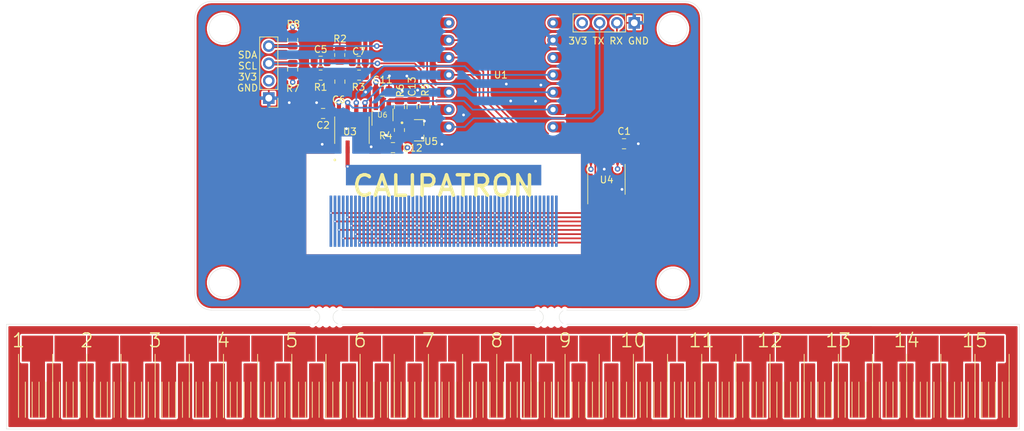
<source format=kicad_pcb>
(kicad_pcb (version 20171130) (host pcbnew "(5.1.12)-1")
  (layers (0 F.Cu signal) (1 In1.Cu signal hide) (2 In2.Cu signal hide) (31 B.Cu signal) (34 B.Paste user hide) (35 F.Paste user hide) (36 B.SilkS user) (37 F.SilkS user) (38 B.Mask user hide) (39 F.Mask user hide) (44 Edge.Cuts user))
  (net 0 "")
  (net 1 3V3)
  (net 2 GND)
  (net 3 "Net-(C5-Pad2)")
  (net 4 "Net-(C5-Pad1)")
  (net 5 "Net-(C6-Pad1)")
  (net 6 SIGNAL)
  (net 7 "Net-(C13-Pad2)")
  (net 8 Vref)
  (net 9 SDA)
  (net 10 SCL)
  (net 11 SI)
  (net 12 SCK)
  (net 13 CS)
  (net 14 "Net-(R4-Pad2)")
  (net 15 A-)
  (net 16 B-)
  (net 17 C-)
  (net 18 D-)
  (net 19 C+)
  (net 20 B+)
  (net 21 A+)
  (net 22 D+)
  (net 23 SENSE)
  (net 24 "Net-(U5-Pad3)")
  (net 25 TX)
  (net 26 RX)
  (net 27 RCLK)
  (net 28 SER)
  (net 29 SRCLK)
  (net 30 "Net-(U1-Pad14)")
  (net 31 "Net-(U4-Pad9)")
  (module 00_CAL:excitation_electrodes (layer B.Cu) (at 146.072 89.176999 180)
    (fp_text reference U2 hide)
    (fp_text value signal_generator)
    (pad 1 thru_hole circle (at 11.57 -5.22 180) (size 0.4 0.4) (drill 0.2) (layers *.Cu) (net 18 D-))
    (pad 1 thru_hole circle (at 6.77 -5.22 180) (size 0.4 0.4) (drill 0.2) (layers *.Cu) (net 18 D-))
    (pad 1 thru_hole circle (at 1.97 -5.22 180) (size 0.4 0.4) (drill 0.2) (layers *.Cu) (net 18 D-))
    (pad 1 thru_hole circle (at -2.83 -5.22 180) (size 0.4 0.4) (drill 0.2) (layers *.Cu) (net 18 D-))
    (pad 1 thru_hole circle (at -7.63 -5.22 180) (size 0.4 0.4) (drill 0.2) (layers *.Cu) (net 18 D-))
    (pad 1 thru_hole circle (at -12.43 -5.22 180) (size 0.4 0.4) (drill 0.2) (layers *.Cu) (net 18 D-))
    (pad 3 thru_hole circle (at 12.77 -2.745713 180) (size 0.4 0.4) (drill 0.2) (layers *.Cu) (net 16 B-))
    (pad 3 thru_hole circle (at 7.97 -2.745713 180) (size 0.4 0.4) (drill 0.2) (layers *.Cu) (net 16 B-))
    (pad 3 thru_hole circle (at 3.17 -2.745713 180) (size 0.4 0.4) (drill 0.2) (layers *.Cu) (net 16 B-))
    (pad 3 thru_hole circle (at -1.63 -2.745713 180) (size 0.4 0.4) (drill 0.2) (layers *.Cu) (net 16 B-))
    (pad 3 thru_hole circle (at -6.43 -2.745713 180) (size 0.4 0.4) (drill 0.2) (layers *.Cu) (net 16 B-))
    (pad 3 thru_hole circle (at -11.23 -2.745713 180) (size 0.4 0.4) (drill 0.2) (layers *.Cu) (net 16 B-))
    (pad 2 thru_hole circle (at 12.17 -3.982855 180) (size 0.4 0.4) (drill 0.2) (layers *.Cu) (net 17 C-))
    (pad 2 thru_hole circle (at 7.37 -3.982855 180) (size 0.4 0.4) (drill 0.2) (layers *.Cu) (net 17 C-))
    (pad 2 thru_hole circle (at 2.57 -3.982855 180) (size 0.4 0.4) (drill 0.2) (layers *.Cu) (net 17 C-))
    (pad 2 thru_hole circle (at -2.23 -3.982855 180) (size 0.4 0.4) (drill 0.2) (layers *.Cu) (net 17 C-))
    (pad 2 thru_hole circle (at -7.03 -3.982855 180) (size 0.4 0.4) (drill 0.2) (layers *.Cu) (net 17 C-))
    (pad 2 thru_hole circle (at -11.83 -3.982855 180) (size 0.4 0.4) (drill 0.2) (layers *.Cu) (net 17 C-))
    (pad 7 thru_hole circle (at 15.17 -2.127142 180) (size 0.4 0.4) (drill 0.2) (layers *.Cu) (net 20 B+))
    (pad 7 thru_hole circle (at 10.37 -2.127142 180) (size 0.4 0.4) (drill 0.2) (layers *.Cu) (net 20 B+))
    (pad 7 thru_hole circle (at 5.57 -2.127142 180) (size 0.4 0.4) (drill 0.2) (layers *.Cu) (net 20 B+))
    (pad 7 thru_hole circle (at 0.77 -2.127142 180) (size 0.4 0.4) (drill 0.2) (layers *.Cu) (net 20 B+))
    (pad 7 thru_hole circle (at -4.03 -2.127142 180) (size 0.4 0.4) (drill 0.2) (layers *.Cu) (net 20 B+))
    (pad 7 thru_hole circle (at -8.83 -2.127142 180) (size 0.4 0.4) (drill 0.2) (layers *.Cu) (net 20 B+))
    (pad 4 thru_hole circle (at 13.37 -1.508571 180) (size 0.4 0.4) (drill 0.2) (layers *.Cu) (net 15 A-))
    (pad 4 thru_hole circle (at 8.57 -1.508571 180) (size 0.4 0.4) (drill 0.2) (layers *.Cu) (net 15 A-))
    (pad 4 thru_hole circle (at 3.77 -1.508571 180) (size 0.4 0.4) (drill 0.2) (layers *.Cu) (net 15 A-))
    (pad 4 thru_hole circle (at -1.03 -1.508571 180) (size 0.4 0.4) (drill 0.2) (layers *.Cu) (net 15 A-))
    (pad 4 thru_hole circle (at -5.83 -1.508571 180) (size 0.4 0.4) (drill 0.2) (layers *.Cu) (net 15 A-))
    (pad 4 thru_hole circle (at -10.63 -1.508571 180) (size 0.4 0.4) (drill 0.2) (layers *.Cu) (net 15 A-))
    (pad 6 thru_hole circle (at 14.57 -3.364284 180) (size 0.4 0.4) (drill 0.2) (layers *.Cu) (net 19 C+))
    (pad 6 thru_hole circle (at 9.77 -3.364284 180) (size 0.4 0.4) (drill 0.2) (layers *.Cu) (net 19 C+))
    (pad 6 thru_hole circle (at 4.97 -3.364284 180) (size 0.4 0.4) (drill 0.2) (layers *.Cu) (net 19 C+))
    (pad 6 thru_hole circle (at 0.17 -3.364284 180) (size 0.4 0.4) (drill 0.2) (layers *.Cu) (net 19 C+))
    (pad 6 thru_hole circle (at -4.63 -3.364284 180) (size 0.4 0.4) (drill 0.2) (layers *.Cu) (net 19 C+))
    (pad 6 thru_hole circle (at -9.43 -3.364284 180) (size 0.4 0.4) (drill 0.2) (layers *.Cu) (net 19 C+))
    (pad 5 thru_hole circle (at 13.97 -4.601426 180) (size 0.4 0.4) (drill 0.2) (layers *.Cu) (net 22 D+))
    (pad 5 thru_hole circle (at 9.17 -4.601426 180) (size 0.4 0.4) (drill 0.2) (layers *.Cu) (net 22 D+))
    (pad 5 thru_hole circle (at 4.37 -4.601426 180) (size 0.4 0.4) (drill 0.2) (layers *.Cu) (net 22 D+))
    (pad 5 thru_hole circle (at -0.43 -4.601426 180) (size 0.4 0.4) (drill 0.2) (layers *.Cu) (net 22 D+))
    (pad 5 thru_hole circle (at -5.23 -4.601426 180) (size 0.4 0.4) (drill 0.2) (layers *.Cu) (net 22 D+))
    (pad 5 thru_hole circle (at -10.03 -4.601426 180) (size 0.4 0.4) (drill 0.2) (layers *.Cu) (net 22 D+))
    (pad 8 thru_hole circle (at 15.77 -0.89 180) (size 0.4 0.4) (drill 0.2) (layers *.Cu) (net 21 A+))
    (pad 8 thru_hole circle (at 10.97 -0.89 180) (size 0.4 0.4) (drill 0.2) (layers *.Cu) (net 21 A+))
    (pad 8 thru_hole circle (at 6.17 -0.89 180) (size 0.4 0.4) (drill 0.2) (layers *.Cu) (net 21 A+))
    (pad 8 thru_hole circle (at 1.37 -0.89 180) (size 0.4 0.4) (drill 0.2) (layers *.Cu) (net 21 A+))
    (pad 8 thru_hole circle (at -3.43 -0.89 180) (size 0.4 0.4) (drill 0.2) (layers *.Cu) (net 21 A+))
    (pad 8 thru_hole circle (at -8.23 -0.89 180) (size 0.4 0.4) (drill 0.2) (layers *.Cu) (net 21 A+))
    (pad 8 thru_hole circle (at -13.03 -0.89 180) (size 0.4 0.4) (drill 0.2) (layers *.Cu F.Mask) (net 21 A+))
    (pad 7 thru_hole circle (at -13.63 -2.127142 180) (size 0.4 0.4) (drill 0.2) (layers *.Cu F.Mask) (net 20 B+))
    (pad 6 thru_hole circle (at -14.23 -3.364284 180) (size 0.4 0.4) (drill 0.2) (layers *.Cu F.Mask) (net 19 C+))
    (pad 5 thru_hole circle (at -14.83 -4.601426 180) (size 0.4 0.4) (drill 0.2) (layers *.Cu F.Mask) (net 22 D+))
    (pad 4 thru_hole circle (at -15.43 -1.508571 180) (size 0.4 0.4) (drill 0.2) (layers *.Cu F.Mask) (net 15 A-))
    (pad 3 thru_hole circle (at -16.03 -2.745713 180) (size 0.4 0.4) (drill 0.2) (layers *.Cu F.Mask) (net 16 B-))
    (pad 2 thru_hole circle (at -16.63 -3.982855 180) (size 0.4 0.4) (drill 0.2) (layers *.Cu F.Mask) (net 17 C-))
    (pad 1 thru_hole circle (at -17.23 -5.22 180) (size 0.4 0.4) (drill 0.2) (layers *.Cu F.Mask) (net 18 D-))
    (pad 8 smd rect (at 15.77 -2.09 180) (size 0.4 7.5) (layers B.Cu) (net 21 A+))
    (pad 7 smd rect (at 15.17 -2.09 180) (size 0.4 7.5) (layers B.Cu) (net 20 B+))
    (pad 6 smd rect (at 14.57 -2.09 180) (size 0.4 7.5) (layers B.Cu) (net 19 C+))
    (pad 5 smd rect (at 13.97 -2.09 180) (size 0.4 7.5) (layers B.Cu) (net 22 D+))
    (pad 4 smd rect (at 13.37 -2.09 180) (size 0.4 7.5) (layers B.Cu) (net 15 A-))
    (pad 3 smd rect (at 12.77 -2.09 180) (size 0.4 7.5) (layers B.Cu) (net 16 B-))
    (pad 2 smd rect (at 12.17 -2.09 180) (size 0.4 7.5) (layers B.Cu) (net 17 C-))
    (pad 1 smd rect (at 11.57 -2.09 180) (size 0.4 7.5) (layers B.Cu) (net 18 D-))
    (pad 8 smd rect (at 10.97 -2.09 180) (size 0.4 7.5) (layers B.Cu) (net 21 A+))
    (pad 7 smd rect (at 10.37 -2.09 180) (size 0.4 7.5) (layers B.Cu) (net 20 B+))
    (pad 6 smd rect (at 9.77 -2.09 180) (size 0.4 7.5) (layers B.Cu) (net 19 C+))
    (pad 5 smd rect (at 9.17 -2.09 180) (size 0.4 7.5) (layers B.Cu) (net 22 D+))
    (pad 4 smd rect (at 8.57 -2.09 180) (size 0.4 7.5) (layers B.Cu) (net 15 A-))
    (pad 3 smd rect (at 7.97 -2.09 180) (size 0.4 7.5) (layers B.Cu) (net 16 B-))
    (pad 2 smd rect (at 7.37 -2.09 180) (size 0.4 7.5) (layers B.Cu) (net 17 C-))
    (pad 1 smd rect (at 6.77 -2.09 180) (size 0.4 7.5) (layers B.Cu) (net 18 D-))
    (pad 8 smd rect (at 6.17 -2.09 180) (size 0.4 7.5) (layers B.Cu) (net 21 A+))
    (pad 7 smd rect (at 5.57 -2.09 180) (size 0.4 7.5) (layers B.Cu) (net 20 B+))
    (pad 6 smd rect (at 4.97 -2.09 180) (size 0.4 7.5) (layers B.Cu) (net 19 C+))
    (pad 5 smd rect (at 4.37 -2.09 180) (size 0.4 7.5) (layers B.Cu) (net 22 D+))
    (pad 4 smd rect (at 3.77 -2.09 180) (size 0.4 7.5) (layers B.Cu) (net 15 A-))
    (pad 3 smd rect (at 3.17 -2.09 180) (size 0.4 7.5) (layers B.Cu) (net 16 B-))
    (pad 2 smd rect (at 2.57 -2.09 180) (size 0.4 7.5) (layers B.Cu) (net 17 C-))
    (pad 1 smd rect (at 1.97 -2.09 180) (size 0.4 7.5) (layers B.Cu) (net 18 D-))
    (pad 8 smd rect (at 1.37 -2.09 180) (size 0.4 7.5) (layers B.Cu) (net 21 A+))
    (pad 7 smd rect (at 0.77 -2.09 180) (size 0.4 7.5) (layers B.Cu) (net 20 B+))
    (pad 6 smd rect (at 0.17 -2.09 180) (size 0.4 7.5) (layers B.Cu) (net 19 C+))
    (pad 5 smd rect (at -0.43 -2.09 180) (size 0.4 7.5) (layers B.Cu) (net 22 D+))
    (pad 4 smd rect (at -1.03 -2.09 180) (size 0.4 7.5) (layers B.Cu) (net 15 A-))
    (pad 3 smd rect (at -1.63 -2.09 180) (size 0.4 7.5) (layers B.Cu) (net 16 B-))
    (pad 2 smd rect (at -2.23 -2.09 180) (size 0.4 7.5) (layers B.Cu) (net 17 C-))
    (pad 1 smd rect (at -2.83 -2.09 180) (size 0.4 7.5) (layers B.Cu) (net 18 D-))
    (pad 8 smd rect (at -3.43 -2.09 180) (size 0.4 7.5) (layers B.Cu) (net 21 A+))
    (pad 7 smd rect (at -4.03 -2.09 180) (size 0.4 7.5) (layers B.Cu) (net 20 B+))
    (pad 6 smd rect (at -4.63 -2.09 180) (size 0.4 7.5) (layers B.Cu) (net 19 C+))
    (pad 5 smd rect (at -5.23 -2.09 180) (size 0.4 7.5) (layers B.Cu) (net 22 D+))
    (pad 4 smd rect (at -5.83 -2.09 180) (size 0.4 7.5) (layers B.Cu) (net 15 A-))
    (pad 3 smd rect (at -6.43 -2.09 180) (size 0.4 7.5) (layers B.Cu) (net 16 B-))
    (pad 2 smd rect (at -7.03 -2.09 180) (size 0.4 7.5) (layers B.Cu) (net 17 C-))
    (pad 1 smd rect (at -7.63 -2.09 180) (size 0.4 7.5) (layers B.Cu) (net 18 D-))
    (pad 8 smd rect (at -8.23 -2.09 180) (size 0.4 7.5) (layers B.Cu) (net 21 A+))
    (pad 7 smd rect (at -8.83 -2.09 180) (size 0.4 7.5) (layers B.Cu) (net 20 B+))
    (pad 6 smd rect (at -9.43 -2.09 180) (size 0.4 7.5) (layers B.Cu) (net 19 C+))
    (pad 5 smd rect (at -10.03 -2.09 180) (size 0.4 7.5) (layers B.Cu) (net 22 D+))
    (pad 4 smd rect (at -10.63 -2.09 180) (size 0.4 7.5) (layers B.Cu) (net 15 A-))
    (pad 3 smd rect (at -11.23 -2.09 180) (size 0.4 7.5) (layers B.Cu) (net 16 B-))
    (pad 2 smd rect (at -11.83 -2.09 180) (size 0.4 7.5) (layers B.Cu) (net 17 C-))
    (pad 1 smd rect (at -12.43 -2.09 180) (size 0.4 7.5) (layers B.Cu) (net 18 D-))
    (pad 8 smd rect (at -13.03 -2.09 180) (size 0.4 7.5) (layers B.Cu) (net 21 A+))
    (pad 7 smd rect (at -13.63 -2.09 180) (size 0.4 7.5) (layers B.Cu) (net 20 B+))
    (pad 6 smd rect (at -14.23 -2.09 180) (size 0.4 7.5) (layers B.Cu) (net 19 C+))
    (pad 5 smd rect (at -14.83 -2.09 180) (size 0.4 7.5) (layers B.Cu) (net 22 D+))
    (pad 4 smd rect (at -15.43 -2.09 180) (size 0.4 7.5) (layers B.Cu) (net 15 A-))
    (pad 3 smd rect (at -16.03 -2.09 180) (size 0.4 7.5) (layers B.Cu) (net 16 B-))
    (pad 2 smd rect (at -16.63 -2.09 180) (size 0.4 7.5) (layers B.Cu) (net 17 C-))
    (pad 9 thru_hole circle (at 13.32 5.91 180) (size 0.5 0.5) (drill 0.3) (layers *.Cu F.Mask) (net 23 SENSE))
    (pad 9 smd rect (at -0.73 4.66 270) (size 3 28.6) (layers B.Cu) (net 23 SENSE))
    (pad 1 smd rect (at -17.23 -2.09 180) (size 0.4 7.5) (layers B.Cu) (net 18 D-))
  )
  (module Resistor_SMD:R_0805_2012Metric (layer F.Cu) (at 124.71 69.0825 90)
    (fp_text reference R7 (at -2.7475 0.02 180) (layer F.SilkS))
    (fp_text value 100K)
    (pad 2 smd roundrect (at 0.9125 0 90) (size 1.025 1.4) (layers F.Cu F.Paste F.Mask) (roundrect_rratio 0.2439004878048781) (net 10 SCL))
    (pad 1 smd roundrect (at -0.9125 0 90) (size 1.025 1.4) (layers F.Cu F.Paste F.Mask) (roundrect_rratio 0.2439004878048781) (net 1 3V3))
  )
  (module Resistor_SMD:R_0805_2012Metric (layer F.Cu) (at 124.71 64.7175 270)
    (fp_text reference R8 (at -2.2975 -0.1 180) (layer F.SilkS))
    (fp_text value 100K)
    (pad 2 smd roundrect (at 0.9125 0 270) (size 1.025 1.4) (layers F.Cu F.Paste F.Mask) (roundrect_rratio 0.2439004878048781) (net 9 SDA))
    (pad 1 smd roundrect (at -0.9125 0 270) (size 1.025 1.4) (layers F.Cu F.Paste F.Mask) (roundrect_rratio 0.2439004878048781) (net 1 3V3))
  )
  (module Package_SO:TSSOP-16_4.4x5mm_P0.65mm (layer F.Cu) (at 170.636999 85.14 90)
    (fp_text reference U4 (at -0.06 0.033001 180) (layer F.SilkS))
    (fp_text value 74HC595)
    (pad 16 smd roundrect (at 2.8625 -2.275 90) (size 1.475 0.4) (layers F.Cu F.Paste F.Mask) (net 1 3V3))
    (pad 15 smd roundrect (at 2.8625 -1.625 90) (size 1.475 0.4) (layers F.Cu F.Paste F.Mask) (net 21 A+))
    (pad 14 smd roundrect (at 2.8625 -0.975 90) (size 1.475 0.4) (layers F.Cu F.Paste F.Mask) (net 28 SER))
    (pad 13 smd roundrect (at 2.8625 -0.325 90) (size 1.475 0.4) (layers F.Cu F.Paste F.Mask) (net 2 GND))
    (pad 12 smd roundrect (at 2.8625 0.325 90) (size 1.475 0.4) (layers F.Cu F.Paste F.Mask) (net 27 RCLK))
    (pad 11 smd roundrect (at 2.8625 0.975 90) (size 1.475 0.4) (layers F.Cu F.Paste F.Mask) (net 29 SRCLK))
    (pad 10 smd roundrect (at 2.8625 1.625 90) (size 1.475 0.4) (layers F.Cu F.Paste F.Mask) (net 1 3V3))
    (pad 9 smd roundrect (at 2.8625 2.275 90) (size 1.475 0.4) (layers F.Cu F.Paste F.Mask) (net 31 "Net-(U4-Pad9)"))
    (pad 8 smd roundrect (at -2.8625 2.275 90) (size 1.475 0.4) (layers F.Cu F.Paste F.Mask) (net 2 GND))
    (pad 7 smd roundrect (at -2.8625 1.625 90) (size 1.475 0.4) (layers F.Cu F.Paste F.Mask) (net 18 D-))
    (pad 6 smd roundrect (at -2.8625 0.975 90) (size 1.475 0.4) (layers F.Cu F.Paste F.Mask) (net 22 D+))
    (pad 5 smd roundrect (at -2.8625 0.325 90) (size 1.475 0.4) (layers F.Cu F.Paste F.Mask) (net 17 C-))
    (pad 4 smd roundrect (at -2.8625 -0.325 90) (size 1.475 0.4) (layers F.Cu F.Paste F.Mask) (net 19 C+))
    (pad 3 smd roundrect (at -2.8625 -0.975 90) (size 1.475 0.4) (layers F.Cu F.Paste F.Mask) (net 16 B-))
    (pad 2 smd roundrect (at -2.8625 -1.625 90) (size 1.475 0.4) (layers F.Cu F.Paste F.Mask) (net 20 B+))
    (pad 1 smd roundrect (at -2.8625 -2.275 90) (size 1.475 0.4) (layers F.Cu F.Paste F.Mask) (net 15 A-))
  )
  (module Connector_PinHeader_2.54mm:PinHeader_1x04_P2.54mm_Vertical (layer F.Cu) (at 174.708619 62.23 270)
    (fp_text reference J2 hide)
    (fp_text value Conn_01x04)
    (pad 4 thru_hole oval (at 0 7.62 270) (size 1.7 1.7) (drill 1) (layers *.Cu *.Mask) (net 1 3V3))
    (pad 3 thru_hole oval (at 0 5.08 270) (size 1.7 1.7) (drill 1) (layers *.Cu *.Mask) (net 25 TX))
    (pad 2 thru_hole oval (at 0 2.54 270) (size 1.7 1.7) (drill 1) (layers *.Cu *.Mask) (net 26 RX))
    (pad 1 thru_hole rect (at 0 0 270) (size 1.7 1.7) (drill 1) (layers *.Cu *.Mask) (net 2 GND))
  )
  (module Capacitor_SMD:C_0805_2012Metric (layer F.Cu) (at 173.211999 79.93 180)
    (fp_text reference C1 (at -0.018001 1.83) (layer F.SilkS))
    (fp_text value 100nF)
    (pad 2 smd roundrect (at 0.95 0 180) (size 1 1.45) (layers F.Cu F.Paste F.Mask) (net 1 3V3))
    (pad 1 smd roundrect (at -0.95 0 180) (size 1 1.45) (layers F.Cu F.Paste F.Mask) (net 2 GND))
  )
  (module 00_CAL:DOUBLE_SIDED_TAB (layer F.Cu) (at 162.534991 105.32399)
    (fp_text reference REF** hide)
    (fp_text value DOUBLE_SIDED_TAB hide)
    (pad "" np_thru_hole circle (at -2 -1.05) (size 0.5 0.5) (drill 0.5) (layers *.Cu *.Mask))
    (pad "" np_thru_hole circle (at 2 -1.05) (size 0.5 0.5) (drill 0.5) (layers *.Cu *.Mask))
    (pad "" np_thru_hole circle (at -1 -1.05) (size 0.5 0.5) (drill 0.5) (layers *.Cu *.Mask))
    (pad "" np_thru_hole circle (at 1 -1.05) (size 0.5 0.5) (drill 0.5) (layers *.Cu *.Mask))
    (pad "" np_thru_hole circle (at 0 -1.05) (size 0.5 0.5) (drill 0.5) (layers *.Cu *.Mask))
    (pad "" np_thru_hole circle (at -2 1.05) (size 0.5 0.5) (drill 0.5) (layers *.Cu *.Mask))
    (pad "" np_thru_hole circle (at -1 1.05) (size 0.5 0.5) (drill 0.5) (layers *.Cu *.Mask))
    (pad "" np_thru_hole circle (at 0 1.05) (size 0.5 0.5) (drill 0.5) (layers *.Cu *.Mask))
    (pad "" np_thru_hole circle (at 1 1.05) (size 0.5 0.5) (drill 0.5) (layers *.Cu *.Mask))
    (pad "" np_thru_hole circle (at 2 1.05) (size 0.5 0.5) (drill 0.5) (layers *.Cu *.Mask))
  )
  (module 00_CAL:DOUBLE_SIDED_TAB (layer F.Cu) (at 129.612497 105.29)
    (fp_text reference REF** hide)
    (fp_text value DOUBLE_SIDED_TAB hide)
    (pad "" np_thru_hole circle (at -2 -1.05) (size 0.5 0.5) (drill 0.5) (layers *.Cu *.Mask))
    (pad "" np_thru_hole circle (at 2 -1.05) (size 0.5 0.5) (drill 0.5) (layers *.Cu *.Mask))
    (pad "" np_thru_hole circle (at -1 -1.05) (size 0.5 0.5) (drill 0.5) (layers *.Cu *.Mask))
    (pad "" np_thru_hole circle (at 1 -1.05) (size 0.5 0.5) (drill 0.5) (layers *.Cu *.Mask))
    (pad "" np_thru_hole circle (at 0 -1.05) (size 0.5 0.5) (drill 0.5) (layers *.Cu *.Mask))
    (pad "" np_thru_hole circle (at -2 1.05) (size 0.5 0.5) (drill 0.5) (layers *.Cu *.Mask))
    (pad "" np_thru_hole circle (at -1 1.05) (size 0.5 0.5) (drill 0.5) (layers *.Cu *.Mask))
    (pad "" np_thru_hole circle (at 0 1.05) (size 0.5 0.5) (drill 0.5) (layers *.Cu *.Mask))
    (pad "" np_thru_hole circle (at 1 1.05) (size 0.5 0.5) (drill 0.5) (layers *.Cu *.Mask))
    (pad "" np_thru_hole circle (at 2 1.05) (size 0.5 0.5) (drill 0.5) (layers *.Cu *.Mask))
  )
  (module 00_CAL:Mod (layer F.Cu) (at 155.194 69.85)
    (fp_text reference U1 (at -0.014 0.014) (layer F.SilkS))
    (fp_text value XIAO)
    (pad 13 thru_hole circle (at 7.62 -5.08) (size 1.524 1.524) (drill 0.762) (layers *.Cu *.Mask) (net 2 GND))
    (pad 12 thru_hole circle (at 7.62 -2.54) (size 1.524 1.524) (drill 0.762) (layers *.Cu *.Mask) (net 1 3V3))
    (pad 11 thru_hole circle (at 7.62 0) (size 1.524 1.524) (drill 0.762) (layers *.Cu *.Mask) (net 11 SI))
    (pad 10 thru_hole circle (at 7.62 2.54) (size 1.524 1.524) (drill 0.762) (layers *.Cu *.Mask) (net 13 CS))
    (pad 9 thru_hole circle (at 7.62 5.08) (size 1.524 1.524) (drill 0.762) (layers *.Cu *.Mask) (net 12 SCK))
    (pad 8 thru_hole circle (at 7.62 7.62) (size 1.524 1.524) (drill 0.762) (layers *.Cu *.Mask) (net 26 RX))
    (pad 6 thru_hole circle (at -7.62 5.08) (size 1.524 1.524) (drill 0.762) (layers *.Cu *.Mask) (net 10 SCL))
    (pad 5 thru_hole circle (at -7.62 2.54) (size 1.524 1.524) (drill 0.762) (layers *.Cu *.Mask) (net 9 SDA))
    (pad 4 thru_hole circle (at -7.62 0) (size 1.524 1.524) (drill 0.762) (layers *.Cu *.Mask) (net 28 SER))
    (pad 3 thru_hole circle (at -7.62 -2.54) (size 1.524 1.524) (drill 0.762) (layers *.Cu *.Mask) (net 27 RCLK))
    (pad 2 thru_hole circle (at -7.62 -5.08) (size 1.524 1.524) (drill 0.762) (layers *.Cu *.Mask) (net 29 SRCLK))
    (pad 7 thru_hole circle (at -7.62 7.62) (size 1.524 1.524) (drill 0.762) (layers *.Cu *.Mask) (net 25 TX))
    (pad 14 thru_hole circle (at 7.62 -7.62) (size 1.524 1.524) (drill 0.762) (layers *.Cu *.Mask) (net 30 "Net-(U1-Pad14)"))
    (pad 1 thru_hole circle (at -7.62 -7.62) (size 1.524 1.524) (drill 0.762) (layers *.Cu *.Mask) (net 6 SIGNAL))
    (pad 1 smd oval (at -7.874 -7.62) (size 2.2 1.6) (layers F.Cu F.Paste F.Mask) (net 6 SIGNAL))
    (pad 2 smd oval (at -7.874 -5.08) (size 2.2 1.6) (layers F.Cu F.Paste F.Mask) (net 29 SRCLK))
    (pad 3 smd oval (at -7.874 -2.54) (size 2.2 1.6) (layers F.Cu F.Paste F.Mask) (net 27 RCLK))
    (pad 4 smd oval (at -7.874 0) (size 2.2 1.6) (layers F.Cu F.Paste F.Mask) (net 28 SER))
    (pad 5 smd oval (at -7.874 2.54) (size 2.2 1.6) (layers F.Cu F.Paste F.Mask) (net 9 SDA))
    (pad 6 smd oval (at -7.874 5.08) (size 2.2 1.6) (layers F.Cu F.Paste F.Mask) (net 10 SCL))
    (pad 7 smd oval (at -7.874 7.62) (size 2.2 1.6) (layers F.Cu F.Paste F.Mask) (net 25 TX))
    (pad 8 smd oval (at 7.874 7.62) (size 2.2 1.6) (layers F.Cu F.Paste F.Mask) (net 26 RX))
    (pad 9 smd oval (at 7.874 5.08) (size 2.2 1.6) (layers F.Cu F.Paste F.Mask) (net 12 SCK))
    (pad 10 smd oval (at 7.874 2.54) (size 2.2 1.6) (layers F.Cu F.Paste F.Mask) (net 13 CS))
    (pad 11 smd oval (at 7.874 0) (size 2.2 1.6) (layers F.Cu F.Paste F.Mask) (net 11 SI))
    (pad 12 smd oval (at 7.874 -2.54) (size 2.2 1.6) (layers F.Cu F.Paste F.Mask) (net 1 3V3))
    (pad 13 smd oval (at 7.874 -5.08) (size 2.2 1.6) (layers F.Cu F.Paste F.Mask) (net 2 GND))
    (pad 14 smd oval (at 7.874 -7.62) (size 2.2 1.6) (layers F.Cu F.Paste F.Mask) (net 30 "Net-(U1-Pad14)"))
    (pad 1 smd rect (at -8.74 -7.62) (size 1.1 1.6) (layers F.Cu F.Paste F.Mask) (net 6 SIGNAL))
    (pad 2 smd rect (at -8.74 -5.08) (size 1.1 1.6) (layers F.Cu F.Paste F.Mask) (net 29 SRCLK))
    (pad 3 smd rect (at -8.74 -2.54) (size 1.1 1.6) (layers F.Cu F.Paste F.Mask) (net 27 RCLK))
    (pad 4 smd rect (at -8.74 0) (size 1.1 1.6) (layers F.Cu F.Paste F.Mask) (net 28 SER))
    (pad 5 smd rect (at -8.74 2.54) (size 1.1 1.6) (layers F.Cu F.Paste F.Mask) (net 9 SDA))
    (pad 6 smd trapezoid (at -8.74 5.08) (size 1.1 1.6) (layers F.Cu F.Paste F.Mask) (net 10 SCL))
    (pad 7 smd rect (at -8.74 7.62) (size 1.1 1.6) (layers F.Cu F.Paste F.Mask) (net 25 TX))
    (pad 8 smd rect (at 8.74 7.62) (size 1.1 1.6) (layers F.Cu F.Paste F.Mask) (net 26 RX))
    (pad 9 smd rect (at 8.74 5.08) (size 1.1 1.6) (layers F.Cu F.Paste F.Mask) (net 12 SCK))
    (pad 10 smd rect (at 8.74 2.54) (size 1.1 1.6) (layers F.Cu F.Paste F.Mask) (net 13 CS))
    (pad 11 smd rect (at 8.74 0) (size 1.1 1.6) (layers F.Cu F.Paste F.Mask) (net 11 SI))
    (pad 12 smd rect (at 8.74 -2.54) (size 1.1 1.6) (layers F.Cu F.Paste F.Mask) (net 1 3V3))
    (pad 13 smd rect (at 8.74 -5.08) (size 1.1 1.6) (layers F.Cu F.Paste F.Mask) (net 2 GND))
    (pad 14 smd rect (at 8.74 -7.62) (size 1.1 1.6) (layers F.Cu F.Paste F.Mask) (net 30 "Net-(U1-Pad14)"))
  )
  (module 00_CAL:Tpad (layer F.Cu) (at 159.255 113.815)
    (fp_text reference REF** hide)
    (fp_text value Tpad)
    (pad 30 smd rect (at 67.3 -3.9) (size 4.6 3.8) (layers F.Cu))
    (pad 29 smd rect (at 62.5 -3.9) (size 4.6 3.8) (layers F.Cu))
    (pad 28 smd rect (at 57.7 -3.9) (size 4.6 3.8) (layers F.Cu))
    (pad 27 smd rect (at 52.9 -3.9) (size 4.6 3.8) (layers F.Cu))
    (pad 26 smd rect (at 48.1 -3.9) (size 4.6 3.8) (layers F.Cu))
    (pad 25 smd rect (at 43.3 -3.9) (size 4.6 3.8) (layers F.Cu))
    (pad 24 smd rect (at 38.5 -3.9) (size 4.6 3.8) (layers F.Cu))
    (pad 23 smd rect (at 33.7 -3.9) (size 4.6 3.8) (layers F.Cu))
    (pad 22 smd rect (at 28.9 -3.9) (size 4.6 3.8) (layers F.Cu))
    (pad 21 smd rect (at 24.1 -3.9) (size 4.6 3.8) (layers F.Cu))
    (pad 20 smd rect (at 19.3 -3.9) (size 4.6 3.8) (layers F.Cu))
    (pad 19 smd rect (at 14.5 -3.9) (size 4.6 3.8) (layers F.Cu))
    (pad 18 smd rect (at 9.7 -3.9) (size 4.6 3.8) (layers F.Cu))
    (pad 17 smd rect (at 4.9 -3.9) (size 4.6 3.8) (layers F.Cu))
    (pad 16 smd rect (at 0.1 -3.9) (size 4.6 3.8) (layers F.Cu))
    (pad 15 smd rect (at -4.7 -3.9) (size 4.6 3.8) (layers F.Cu))
    (pad 14 smd rect (at -9.5 -3.9) (size 4.6 3.8) (layers F.Cu))
    (pad 13 smd rect (at -14.3 -3.9) (size 4.6 3.8) (layers F.Cu))
    (pad 12 smd rect (at -19.1 -3.9) (size 4.6 3.8) (layers F.Cu))
    (pad 11 smd rect (at -23.9 -3.9) (size 4.6 3.8) (layers F.Cu))
    (pad 10 smd rect (at -28.7 -3.9) (size 4.6 3.8) (layers F.Cu))
    (pad 9 smd rect (at -33.5 -3.9) (size 4.6 3.8) (layers F.Cu))
    (pad 8 smd rect (at -38.3 -3.9) (size 4.6 3.8) (layers F.Cu))
    (pad 7 smd rect (at -43.1 -3.9) (size 4.6 3.8) (layers F.Cu))
    (pad 6 smd rect (at -47.9 -3.9) (size 4.6 3.8) (layers F.Cu))
    (pad 5 smd rect (at -52.7 -3.9) (size 4.6 3.8) (layers F.Cu))
    (pad 4 smd rect (at -57.5 -3.9) (size 4.6 3.8) (layers F.Cu))
    (pad 3 smd rect (at -62.3 -3.9) (size 4.6 3.8) (layers F.Cu))
    (pad 2 smd rect (at -67.1 -3.9) (size 4.6 3.8) (layers F.Cu))
    (pad 30 smd rect (at 67.3 1.95) (size 2.2 8.5) (layers F.Cu))
    (pad 29 smd rect (at 62.5 1.95) (size 2.2 8.5) (layers F.Cu))
    (pad 28 smd rect (at 57.7 1.95) (size 2.2 8.5) (layers F.Cu))
    (pad 27 smd rect (at 52.9 1.95) (size 2.2 8.5) (layers F.Cu))
    (pad 26 smd rect (at 48.1 1.95) (size 2.2 8.5) (layers F.Cu))
    (pad 25 smd rect (at 43.3 1.95) (size 2.2 8.5) (layers F.Cu))
    (pad 24 smd rect (at 38.5 1.95) (size 2.2 8.5) (layers F.Cu))
    (pad 23 smd rect (at 33.7 1.95) (size 2.2 8.5) (layers F.Cu))
    (pad 22 smd rect (at 28.9 1.95) (size 2.2 8.5) (layers F.Cu))
    (pad 21 smd rect (at 24.1 1.95) (size 2.2 8.5) (layers F.Cu))
    (pad 20 smd rect (at 19.3 1.95) (size 2.2 8.5) (layers F.Cu))
    (pad 19 smd rect (at 14.5 1.95) (size 2.2 8.5) (layers F.Cu))
    (pad 18 smd rect (at 9.7 1.95) (size 2.2 8.5) (layers F.Cu))
    (pad 17 smd rect (at 4.9 1.95) (size 2.2 8.5) (layers F.Cu))
    (pad 16 smd rect (at 0.1 1.95) (size 2.2 8.5) (layers F.Cu))
    (pad 15 smd rect (at -4.7 1.95) (size 2.2 8.5) (layers F.Cu))
    (pad 14 smd rect (at -9.5 1.95) (size 2.2 8.5) (layers F.Cu))
    (pad 13 smd rect (at -14.3 1.95) (size 2.2 8.5) (layers F.Cu))
    (pad 12 smd rect (at -19.1 1.95) (size 2.2 8.5) (layers F.Cu))
    (pad 11 smd rect (at -23.9 1.95) (size 2.2 8.5) (layers F.Cu))
    (pad 10 smd rect (at -28.7 1.95) (size 2.2 8.5) (layers F.Cu))
    (pad 9 smd rect (at -33.5 1.95) (size 2.2 8.5) (layers F.Cu))
    (pad 8 smd rect (at -38.3 1.95) (size 2.2 8.5) (layers F.Cu))
    (pad 7 smd rect (at -43.1 1.95) (size 2.2 8.5) (layers F.Cu))
    (pad 6 smd rect (at -47.9 1.95) (size 2.2 8.5) (layers F.Cu))
    (pad 5 smd rect (at -52.7 1.95) (size 2.2 8.5) (layers F.Cu))
    (pad 4 smd rect (at -57.5 1.95) (size 2.2 8.5) (layers F.Cu))
    (pad 3 smd rect (at -62.3 1.95) (size 2.2 8.5) (layers F.Cu))
    (pad 2 smd rect (at -67.1 1.95) (size 2.2 8.5) (layers F.Cu))
    (pad 1 smd rect (at -71.9 -3.9) (size 4.6 3.8) (layers F.Cu))
    (pad 1 smd rect (at -71.9 1.95) (size 2.2 8.5) (layers F.Cu))
  )
  (module Capacitor_SMD:C_0805_2012Metric (layer F.Cu) (at 131.61475 70.836 270)
    (fp_text reference C6 (at 2.644 0.15475) (layer F.SilkS))
    (fp_text value 47nF)
    (pad 2 smd roundrect (at 0.95 0 270) (size 1 1.45) (layers F.Cu F.Paste F.Mask) (net 2 GND))
    (pad 1 smd roundrect (at -0.95 0 270) (size 1 1.45) (layers F.Cu F.Paste F.Mask) (net 5 "Net-(C6-Pad1)"))
  )
  (module Capacitor_SMD:C_0805_2012Metric (layer F.Cu) (at 139.38575 80.5)
    (fp_text reference C12 (at 2.87425 0.06) (layer F.SilkS))
    (fp_text value 100nF)
    (pad 2 smd roundrect (at 0.95 0) (size 1 1.45) (layers F.Cu F.Paste F.Mask) (net 1 3V3))
    (pad 1 smd roundrect (at -0.95 0) (size 1 1.45) (layers F.Cu F.Paste F.Mask) (net 2 GND))
  )
  (module Capacitor_SMD:C_0805_2012Metric (layer F.Cu) (at 128.802 67.854 180)
    (fp_text reference C5 (at 0 1.74) (layer F.SilkS))
    (fp_text value 33nF)
    (pad 1 smd roundrect (at -0.95 0 180) (size 1 1.45) (layers F.Cu F.Paste F.Mask) (net 4 "Net-(C5-Pad1)"))
    (pad 2 smd roundrect (at 0.95 0 180) (size 1 1.45) (layers F.Cu F.Paste F.Mask) (net 3 "Net-(C5-Pad2)"))
  )
  (module Capacitor_SMD:C_0805_2012Metric (layer F.Cu) (at 134.39 67.854 180)
    (fp_text reference C7 (at -0.02 1.444 180) (layer F.SilkS))
    (fp_text value 33nF)
    (pad 2 smd roundrect (at 0.95 0 180) (size 1 1.45) (layers F.Cu F.Paste F.Mask) (net 4 "Net-(C5-Pad1)"))
    (pad 1 smd roundrect (at -0.95 0 180) (size 1 1.45) (layers F.Cu F.Paste F.Mask) (net 6 SIGNAL))
  )
  (module Capacitor_SMD:C_0805_2012Metric (layer F.Cu) (at 137.852 72.23 180)
    (fp_text reference C11 (at -0.028 1.65) (layer F.SilkS))
    (fp_text value 100nF)
    (pad 2 smd roundrect (at 0.95 0 180) (size 1 1.45) (layers F.Cu F.Paste F.Mask) (net 1 3V3))
    (pad 1 smd roundrect (at -0.95 0 180) (size 1 1.45) (layers F.Cu F.Paste F.Mask) (net 2 GND))
  )
  (module Capacitor_SMD:C_0805_2012Metric (layer F.Cu) (at 129.16 75.49)
    (fp_text reference C2 (at 0 1.726) (layer F.SilkS))
    (fp_text value 100nF)
    (pad 2 smd roundrect (at 0.95 0) (size 1 1.45) (layers F.Cu F.Paste F.Mask) (net 1 3V3))
    (pad 1 smd roundrect (at -0.95 0) (size 1 1.45) (layers F.Cu F.Paste F.Mask) (net 2 GND))
  )
  (module Connector_PinHeader_2.54mm:PinHeader_1x04_P2.54mm_Vertical (layer F.Cu) (at 121.21 73.25 180)
    (fp_text reference J1 hide)
    (fp_text value Conn_01x04)
    (pad 4 thru_hole oval (at 0 7.62 180) (size 1.7 1.7) (drill 1) (layers *.Cu *.Mask) (net 9 SDA))
    (pad 3 thru_hole oval (at 0 5.08 180) (size 1.7 1.7) (drill 1) (layers *.Cu *.Mask) (net 10 SCL))
    (pad 2 thru_hole oval (at 0 2.54 180) (size 1.7 1.7) (drill 1) (layers *.Cu *.Mask) (net 1 3V3))
    (pad 1 thru_hole rect (at 0 0 180) (size 1.7 1.7) (drill 1) (layers *.Cu *.Mask) (net 2 GND))
  )
  (module Resistor_SMD:R_0805_2012Metric (layer F.Cu) (at 128.802 69.886 180)
    (fp_text reference R1 (at 0 -1.766) (layer F.SilkS))
    (fp_text value 100K)
    (pad 2 smd roundrect (at 0.9125 0 180) (size 1.025 1.4) (layers F.Cu F.Paste F.Mask) (roundrect_rratio 0.2439004878048781) (net 3 "Net-(C5-Pad2)"))
    (pad 1 smd roundrect (at -0.9125 0 180) (size 1.025 1.4) (layers F.Cu F.Paste F.Mask) (roundrect_rratio 0.2439004878048781) (net 5 "Net-(C6-Pad1)"))
  )
  (module Resistor_SMD:R_0805_2012Metric (layer F.Cu) (at 131.596 66.9415 90)
    (fp_text reference R2 (at 2.3615 0.044 180) (layer F.SilkS))
    (fp_text value 33K)
    (pad 2 smd roundrect (at 0.9125 0 90) (size 1.025 1.4) (layers F.Cu F.Paste F.Mask) (roundrect_rratio 0.2439004878048781) (net 2 GND))
    (pad 1 smd roundrect (at -0.9125 0 90) (size 1.025 1.4) (layers F.Cu F.Paste F.Mask) (roundrect_rratio 0.2439004878048781) (net 4 "Net-(C5-Pad1)"))
  )
  (module Capacitor_SMD:C_0805_2012Metric (layer F.Cu) (at 142.187 74.55 90)
    (fp_text reference C13 (at 2.99 -0.007 90) (layer F.SilkS))
    (fp_text value NP)
    (pad 2 smd roundrect (at 0.95 0 90) (size 1 1.45) (layers F.Cu F.Paste F.Mask) (net 7 "Net-(C13-Pad2)"))
    (pad 1 smd roundrect (at -0.95 0 90) (size 1 1.45) (layers F.Cu F.Paste F.Mask) (net 8 Vref))
  )
  (module Resistor_SMD:R_0805_2012Metric (layer F.Cu) (at 140.33575 77.9225 90)
    (fp_text reference R4 (at -0.8275 -2.00575 180) (layer F.SilkS))
    (fp_text value 160R)
    (pad 2 smd roundrect (at 0.9125 0 90) (size 1.025 1.4) (layers F.Cu F.Paste F.Mask) (roundrect_rratio 0.2439004878048781) (net 14 "Net-(R4-Pad2)"))
    (pad 1 smd roundrect (at -0.9125 0 90) (size 1.025 1.4) (layers F.Cu F.Paste F.Mask) (roundrect_rratio 0.2439004878048781) (net 1 3V3))
  )
  (module Resistor_SMD:R_0805_2012Metric (layer F.Cu) (at 134.4275 69.886 180)
    (fp_text reference R3 (at 0.0875 -1.754) (layer F.SilkS))
    (fp_text value 100K)
    (pad 2 smd roundrect (at 0.9125 0 180) (size 1.025 1.4) (layers F.Cu F.Paste F.Mask) (roundrect_rratio 0.2439004878048781) (net 5 "Net-(C6-Pad1)"))
    (pad 1 smd roundrect (at -0.9125 0 180) (size 1.025 1.4) (layers F.Cu F.Paste F.Mask) (roundrect_rratio 0.2439004878048781) (net 6 SIGNAL))
  )
  (module Package_TO_SOT_SMD:TSOT-23-5 (layer F.Cu) (at 137.832 75.7 90)
    (fp_text reference U6 (at -0.01 0.008 180) (layer F.SilkS) (effects (font (size 0.75 0.75) (thickness 0.1))))
    (fp_text value AD8603)
    (pad 5 smd rect (at 1.31 -0.95 90) (size 1.22 0.65) (layers F.Cu F.Paste F.Mask) (net 1 3V3))
    (pad 4 smd rect (at 1.31 0.95 90) (size 1.22 0.65) (layers F.Cu F.Paste F.Mask) (net 7 "Net-(C13-Pad2)"))
    (pad 3 smd rect (at -1.31 0.95 90) (size 1.22 0.65) (layers F.Cu F.Paste F.Mask) (net 14 "Net-(R4-Pad2)"))
    (pad 2 smd rect (at -1.31 0 90) (size 1.22 0.65) (layers F.Cu F.Paste F.Mask) (net 2 GND))
    (pad 1 smd rect (at -1.31 -0.95 90) (size 1.22 0.65) (layers F.Cu F.Paste F.Mask) (net 8 Vref))
  )
  (module 00_CAL:SOT95P237X112-3N (layer F.Cu) (at 143.212 77.96)
    (fp_text reference U5 (at 1.758 1.63) (layer F.SilkS))
    (fp_text value ADR510ARTZ-REEL7)
    (pad 3 smd roundrect (at 1.025 0) (size 1.3 0.59) (layers F.Cu F.Paste F.Mask) (roundrect_rratio 0.125) (net 24 "Net-(U5-Pad3)"))
    (pad 2 smd roundrect (at -1.025 0.95) (size 1.3 0.59) (layers F.Cu F.Paste F.Mask) (roundrect_rratio 0.125) (net 2 GND))
    (pad 1 smd roundrect (at -1.025 -0.95) (size 1.3 0.59) (layers F.Cu F.Paste F.Mask) (roundrect_rratio 0.125) (net 14 "Net-(R4-Pad2)"))
  )
  (module 00_CAL:SOIC127P600X175-8N (layer F.Cu) (at 133.387 77.945 90)
    (fp_text reference U3 (at -0.21 -0.295 180) (layer F.SilkS))
    (fp_text value MCP6S21-I_SN)
    (pad 8 smd roundrect (at 2.455 -1.905 90) (size 1.9 0.6) (layers F.Cu F.Paste F.Mask) (roundrect_rratio 0.125) (net 1 3V3))
    (pad 7 smd roundrect (at 2.455 -0.635 90) (size 1.9 0.6) (layers F.Cu F.Paste F.Mask) (roundrect_rratio 0.125) (net 12 SCK))
    (pad 6 smd roundrect (at 2.455 0.635 90) (size 1.9 0.6) (layers F.Cu F.Paste F.Mask) (roundrect_rratio 0.125) (net 11 SI))
    (pad 5 smd roundrect (at 2.455 1.905 90) (size 1.9 0.6) (layers F.Cu F.Paste F.Mask) (roundrect_rratio 0.125) (net 13 CS))
    (pad 4 smd roundrect (at -2.455 1.905 90) (size 1.9 0.6) (layers F.Cu F.Paste F.Mask) (roundrect_rratio 0.125) (net 2 GND))
    (pad 3 smd roundrect (at -2.455 0.635 90) (size 1.9 0.6) (layers F.Cu F.Paste F.Mask) (roundrect_rratio 0.125) (net 8 Vref))
    (pad 2 smd roundrect (at -2.455 -0.635 90) (size 1.9 0.6) (layers F.Cu F.Paste F.Mask) (roundrect_rratio 0.125) (net 23 SENSE))
    (pad 1 smd roundrect (at -2.455 -1.905 90) (size 1.9 0.6) (layers F.Cu F.Paste F.Mask) (roundrect_rratio 0.125) (net 3 "Net-(C5-Pad2)"))
  )
  (module Resistor_SMD:R_0805_2012Metric (layer F.Cu) (at 144.072 74.4575 270)
    (fp_text reference R5 (at -2.4275 -0.038 270) (layer F.SilkS))
    (fp_text value 10K)
    (pad 2 smd roundrect (at 0.9125 0 270) (size 1.025 1.4) (layers F.Cu F.Paste F.Mask) (roundrect_rratio 0.2439004878048781) (net 2 GND))
    (pad 1 smd roundrect (at -0.9125 0 270) (size 1.025 1.4) (layers F.Cu F.Paste F.Mask) (roundrect_rratio 0.2439004878048781) (net 7 "Net-(C13-Pad2)"))
  )
  (module Resistor_SMD:R_0805_2012Metric (layer F.Cu) (at 140.33575 74.575 90)
    (fp_text reference R6 (at 2.439 0.12625 90) (layer F.SilkS))
    (fp_text value 5K)
    (pad 2 smd roundrect (at 0.9125 0 90) (size 1.025 1.4) (layers F.Cu F.Paste F.Mask) (roundrect_rratio 0.2439004878048781) (net 7 "Net-(C13-Pad2)"))
    (pad 1 smd roundrect (at -0.9125 0 90) (size 1.025 1.4) (layers F.Cu F.Paste F.Mask) (roundrect_rratio 0.2439004878048781) (net 8 Vref))
  )
  (gr_text "3V3 TX RX GND" (at 170.96 64.88) (layer F.SilkS) (effects (font (size 1 1))))
  (gr_text 15 (at 224.582 108.712) (layer F.SilkS) (effects (font (size 2 2) (thickness 0.2))))
  (gr_text 14 (at 214.582 108.712) (layer F.SilkS) (effects (font (size 2 2) (thickness 0.2))))
  (gr_text 13 (at 204.582 108.712) (layer F.SilkS) (effects (font (size 2 2) (thickness 0.2))))
  (gr_text 12 (at 194.582 108.712) (layer F.SilkS) (effects (font (size 2 2) (thickness 0.2))))
  (gr_text 11 (at 184.582 108.712) (layer F.SilkS) (effects (font (size 2 2) (thickness 0.2))))
  (gr_text 10 (at 174.582 108.712) (layer F.SilkS) (effects (font (size 2 2) (thickness 0.2))))
  (gr_text 9 (at 164.582 108.712) (layer F.SilkS) (effects (font (size 2 2) (thickness 0.2))))
  (gr_text 8 (at 154.582 108.712) (layer F.SilkS) (effects (font (size 2 2) (thickness 0.2))))
  (gr_text 7 (at 144.582 108.712) (layer F.SilkS) (effects (font (size 2 2) (thickness 0.2))))
  (gr_text 6 (at 134.582 108.712) (layer F.SilkS) (effects (font (size 2 2) (thickness 0.2))))
  (gr_text 5 (at 124.582 108.712) (layer F.SilkS) (effects (font (size 2 2) (thickness 0.2))))
  (gr_text 4 (at 114.582 108.712) (layer F.SilkS) (effects (font (size 2 2) (thickness 0.2))))
  (gr_text 3 (at 104.582 108.712) (layer F.SilkS) (effects (font (size 2 2) (thickness 0.2))))
  (gr_text 2 (at 94.582 108.712) (layer F.SilkS) (effects (font (size 2 2) (thickness 0.2))))
  (gr_text 1 (at 84.582 108.712) (layer F.SilkS) (effects (font (size 2 2) (thickness 0.2))))
  (gr_line (start 229.582 119.984) (end 229.582 114.808) (layer F.SilkS) (width 0.12))
  (gr_line (start 228.582 119.984) (end 228.582 114.808) (layer F.SilkS) (width 0.12))
  (gr_line (start 227.582 119.984) (end 227.582 114.808) (layer F.SilkS) (width 0.12))
  (gr_line (start 226.582 119.984) (end 226.582 114.808) (layer F.SilkS) (width 0.12))
  (gr_line (start 225.582 119.984) (end 225.582 114.808) (layer F.SilkS) (width 0.12))
  (gr_line (start 224.582 119.984) (end 224.582 114.808) (layer F.SilkS) (width 0.12))
  (gr_line (start 223.582 119.984) (end 223.582 114.808) (layer F.SilkS) (width 0.12))
  (gr_line (start 222.582 119.984) (end 222.582 114.808) (layer F.SilkS) (width 0.12))
  (gr_line (start 221.582 119.984) (end 221.582 114.808) (layer F.SilkS) (width 0.12))
  (gr_line (start 220.582 119.984) (end 220.582 114.808) (layer F.SilkS) (width 0.12))
  (gr_line (start 219.582 119.984) (end 219.582 114.808) (layer F.SilkS) (width 0.12))
  (gr_line (start 218.582 119.984) (end 218.582 114.808) (layer F.SilkS) (width 0.12))
  (gr_line (start 217.582 119.984) (end 217.582 114.808) (layer F.SilkS) (width 0.12))
  (gr_line (start 216.582 119.984) (end 216.582 114.808) (layer F.SilkS) (width 0.12))
  (gr_line (start 215.582 119.984) (end 215.582 114.808) (layer F.SilkS) (width 0.12))
  (gr_line (start 214.582 119.984) (end 214.582 114.808) (layer F.SilkS) (width 0.12))
  (gr_line (start 213.582 119.984) (end 213.582 114.808) (layer F.SilkS) (width 0.12))
  (gr_line (start 212.582 119.984) (end 212.582 114.808) (layer F.SilkS) (width 0.12))
  (gr_line (start 211.582 119.984) (end 211.582 114.808) (layer F.SilkS) (width 0.12))
  (gr_line (start 210.582 119.984) (end 210.582 114.808) (layer F.SilkS) (width 0.12))
  (gr_line (start 209.582 119.984) (end 209.582 114.808) (layer F.SilkS) (width 0.12))
  (gr_line (start 208.582 119.984) (end 208.582 114.808) (layer F.SilkS) (width 0.12))
  (gr_line (start 207.582 119.984) (end 207.582 114.808) (layer F.SilkS) (width 0.12))
  (gr_line (start 206.582 119.984) (end 206.582 114.808) (layer F.SilkS) (width 0.12))
  (gr_line (start 205.582 119.984) (end 205.582 114.808) (layer F.SilkS) (width 0.12))
  (gr_line (start 204.582 119.984) (end 204.582 114.808) (layer F.SilkS) (width 0.12))
  (gr_line (start 203.582 119.984) (end 203.582 114.808) (layer F.SilkS) (width 0.12))
  (gr_line (start 202.582 119.984) (end 202.582 114.808) (layer F.SilkS) (width 0.12))
  (gr_line (start 201.582 119.984) (end 201.582 114.808) (layer F.SilkS) (width 0.12))
  (gr_line (start 200.582 119.984) (end 200.582 114.808) (layer F.SilkS) (width 0.12))
  (gr_line (start 199.582 119.984) (end 199.582 114.808) (layer F.SilkS) (width 0.12))
  (gr_line (start 198.582 119.984) (end 198.582 114.808) (layer F.SilkS) (width 0.12))
  (gr_line (start 197.582 119.984) (end 197.582 114.808) (layer F.SilkS) (width 0.12))
  (gr_line (start 196.582 119.984) (end 196.582 114.808) (layer F.SilkS) (width 0.12))
  (gr_line (start 195.582 119.984) (end 195.582 114.808) (layer F.SilkS) (width 0.12))
  (gr_line (start 194.582 119.984) (end 194.582 114.808) (layer F.SilkS) (width 0.12))
  (gr_line (start 193.582 119.984) (end 193.582 114.808) (layer F.SilkS) (width 0.12))
  (gr_line (start 192.582 119.984) (end 192.582 114.808) (layer F.SilkS) (width 0.12))
  (gr_line (start 191.582 119.984) (end 191.582 114.808) (layer F.SilkS) (width 0.12))
  (gr_line (start 190.582 119.984) (end 190.582 114.808) (layer F.SilkS) (width 0.12))
  (gr_line (start 189.582 119.984) (end 189.582 114.808) (layer F.SilkS) (width 0.12))
  (gr_line (start 188.582 119.984) (end 188.582 114.808) (layer F.SilkS) (width 0.12))
  (gr_line (start 187.582 119.984) (end 187.582 114.808) (layer F.SilkS) (width 0.12))
  (gr_line (start 186.582 119.984) (end 186.582 114.808) (layer F.SilkS) (width 0.12))
  (gr_line (start 185.582 119.984) (end 185.582 114.808) (layer F.SilkS) (width 0.12))
  (gr_line (start 184.582 119.984) (end 184.582 114.808) (layer F.SilkS) (width 0.12))
  (gr_line (start 183.582 119.984) (end 183.582 114.808) (layer F.SilkS) (width 0.12))
  (gr_line (start 182.582 119.984) (end 182.582 114.808) (layer F.SilkS) (width 0.12))
  (gr_line (start 181.582 119.984) (end 181.582 114.808) (layer F.SilkS) (width 0.12))
  (gr_line (start 180.582 119.984) (end 180.582 114.808) (layer F.SilkS) (width 0.12))
  (gr_line (start 179.582 119.984) (end 179.582 114.808) (layer F.SilkS) (width 0.12))
  (gr_line (start 178.582 119.984) (end 178.582 114.808) (layer F.SilkS) (width 0.12))
  (gr_line (start 177.582 119.984) (end 177.582 114.808) (layer F.SilkS) (width 0.12))
  (gr_line (start 176.582 119.984) (end 176.582 114.808) (layer F.SilkS) (width 0.12))
  (gr_line (start 175.582 119.984) (end 175.582 114.808) (layer F.SilkS) (width 0.12))
  (gr_line (start 174.582 119.984) (end 174.582 114.808) (layer F.SilkS) (width 0.12))
  (gr_line (start 173.582 119.984) (end 173.582 114.808) (layer F.SilkS) (width 0.12))
  (gr_line (start 172.582 119.984) (end 172.582 114.808) (layer F.SilkS) (width 0.12))
  (gr_line (start 171.582 119.984) (end 171.582 114.808) (layer F.SilkS) (width 0.12))
  (gr_line (start 170.582 119.984) (end 170.582 114.808) (layer F.SilkS) (width 0.12))
  (gr_line (start 169.582 119.984) (end 169.582 114.808) (layer F.SilkS) (width 0.12))
  (gr_line (start 168.582 119.984) (end 168.582 114.808) (layer F.SilkS) (width 0.12))
  (gr_line (start 167.582 119.984) (end 167.582 114.808) (layer F.SilkS) (width 0.12))
  (gr_line (start 166.582 119.984) (end 166.582 114.808) (layer F.SilkS) (width 0.12))
  (gr_line (start 165.582 119.984) (end 165.582 114.808) (layer F.SilkS) (width 0.12))
  (gr_line (start 164.582 119.984) (end 164.582 114.808) (layer F.SilkS) (width 0.12))
  (gr_line (start 163.582 119.984) (end 163.582 114.808) (layer F.SilkS) (width 0.12))
  (gr_line (start 162.582 119.984) (end 162.582 114.808) (layer F.SilkS) (width 0.12))
  (gr_line (start 161.582 119.984) (end 161.582 114.808) (layer F.SilkS) (width 0.12))
  (gr_line (start 160.582 119.984) (end 160.582 114.808) (layer F.SilkS) (width 0.12))
  (gr_line (start 159.582 119.984) (end 159.582 114.808) (layer F.SilkS) (width 0.12))
  (gr_line (start 158.582 119.984) (end 158.582 114.808) (layer F.SilkS) (width 0.12))
  (gr_line (start 157.582 119.984) (end 157.582 114.808) (layer F.SilkS) (width 0.12))
  (gr_line (start 156.582 119.984) (end 156.582 114.808) (layer F.SilkS) (width 0.12))
  (gr_line (start 155.582 119.984) (end 155.582 114.808) (layer F.SilkS) (width 0.12))
  (gr_line (start 154.582 119.984) (end 154.582 114.808) (layer F.SilkS) (width 0.12))
  (gr_line (start 153.582 119.984) (end 153.582 114.808) (layer F.SilkS) (width 0.12))
  (gr_line (start 152.582 119.984) (end 152.582 114.808) (layer F.SilkS) (width 0.12))
  (gr_line (start 151.582 119.984) (end 151.582 114.808) (layer F.SilkS) (width 0.12))
  (gr_line (start 150.582 119.984) (end 150.582 114.808) (layer F.SilkS) (width 0.12))
  (gr_line (start 149.582 119.984) (end 149.582 114.808) (layer F.SilkS) (width 0.12))
  (gr_line (start 148.582 119.984) (end 148.582 114.808) (layer F.SilkS) (width 0.12))
  (gr_line (start 147.582 119.984) (end 147.582 114.808) (layer F.SilkS) (width 0.12))
  (gr_line (start 146.582 119.984) (end 146.582 114.808) (layer F.SilkS) (width 0.12))
  (gr_line (start 145.582 119.984) (end 145.582 114.808) (layer F.SilkS) (width 0.12))
  (gr_line (start 144.582 119.984) (end 144.582 114.808) (layer F.SilkS) (width 0.12))
  (gr_line (start 143.582 119.984) (end 143.582 114.808) (layer F.SilkS) (width 0.12))
  (gr_line (start 142.582 119.984) (end 142.582 114.808) (layer F.SilkS) (width 0.12))
  (gr_line (start 141.582 119.984) (end 141.582 114.808) (layer F.SilkS) (width 0.12))
  (gr_line (start 140.582 119.984) (end 140.582 114.808) (layer F.SilkS) (width 0.12))
  (gr_line (start 139.582 119.984) (end 139.582 114.808) (layer F.SilkS) (width 0.12))
  (gr_line (start 138.582 119.984) (end 138.582 114.808) (layer F.SilkS) (width 0.12))
  (gr_line (start 137.582 119.984) (end 137.582 114.808) (layer F.SilkS) (width 0.12))
  (gr_line (start 136.582 119.984) (end 136.582 114.808) (layer F.SilkS) (width 0.12))
  (gr_line (start 135.582 119.984) (end 135.582 114.808) (layer F.SilkS) (width 0.12))
  (gr_line (start 134.582 119.984) (end 134.582 114.808) (layer F.SilkS) (width 0.12))
  (gr_line (start 133.582 119.984) (end 133.582 114.808) (layer F.SilkS) (width 0.12))
  (gr_line (start 132.582 119.984) (end 132.582 114.808) (layer F.SilkS) (width 0.12))
  (gr_line (start 131.582 119.984) (end 131.582 114.808) (layer F.SilkS) (width 0.12))
  (gr_line (start 130.582 119.984) (end 130.582 114.808) (layer F.SilkS) (width 0.12))
  (gr_line (start 129.582 119.984) (end 129.582 114.808) (layer F.SilkS) (width 0.12))
  (gr_line (start 128.582 119.984) (end 128.582 114.808) (layer F.SilkS) (width 0.12))
  (gr_line (start 127.582 119.984) (end 127.582 114.808) (layer F.SilkS) (width 0.12))
  (gr_line (start 126.582 119.984) (end 126.582 114.808) (layer F.SilkS) (width 0.12))
  (gr_line (start 125.582 119.984) (end 125.582 114.808) (layer F.SilkS) (width 0.12))
  (gr_line (start 124.582 119.984) (end 124.582 114.808) (layer F.SilkS) (width 0.12))
  (gr_line (start 123.582 119.984) (end 123.582 114.808) (layer F.SilkS) (width 0.12))
  (gr_line (start 122.582 119.984) (end 122.582 114.808) (layer F.SilkS) (width 0.12))
  (gr_line (start 121.582 119.984) (end 121.582 114.808) (layer F.SilkS) (width 0.12))
  (gr_line (start 120.582 119.984) (end 120.582 114.808) (layer F.SilkS) (width 0.12))
  (gr_line (start 119.582 119.984) (end 119.582 114.808) (layer F.SilkS) (width 0.12))
  (gr_line (start 118.582 119.984) (end 118.582 114.808) (layer F.SilkS) (width 0.12))
  (gr_line (start 117.582 119.984) (end 117.582 114.808) (layer F.SilkS) (width 0.12))
  (gr_line (start 116.582 119.984) (end 116.582 114.808) (layer F.SilkS) (width 0.12))
  (gr_line (start 115.582 119.984) (end 115.582 114.808) (layer F.SilkS) (width 0.12))
  (gr_line (start 114.582 119.984) (end 114.582 114.808) (layer F.SilkS) (width 0.12))
  (gr_line (start 113.582 119.984) (end 113.582 114.808) (layer F.SilkS) (width 0.12))
  (gr_line (start 112.582 119.984) (end 112.582 114.808) (layer F.SilkS) (width 0.12))
  (gr_line (start 111.582 119.984) (end 111.582 114.808) (layer F.SilkS) (width 0.12))
  (gr_line (start 110.582 119.984) (end 110.582 114.808) (layer F.SilkS) (width 0.12))
  (gr_line (start 109.582 119.984) (end 109.582 114.808) (layer F.SilkS) (width 0.12))
  (gr_line (start 108.582 119.984) (end 108.582 114.808) (layer F.SilkS) (width 0.12))
  (gr_line (start 107.582 119.984) (end 107.582 114.808) (layer F.SilkS) (width 0.12))
  (gr_line (start 106.582 119.984) (end 106.582 114.808) (layer F.SilkS) (width 0.12))
  (gr_line (start 105.582 119.984) (end 105.582 114.808) (layer F.SilkS) (width 0.12))
  (gr_line (start 104.582 119.984) (end 104.582 114.808) (layer F.SilkS) (width 0.12))
  (gr_line (start 103.582 119.984) (end 103.582 114.808) (layer F.SilkS) (width 0.12))
  (gr_line (start 102.582 119.984) (end 102.582 114.808) (layer F.SilkS) (width 0.12))
  (gr_line (start 101.582 119.984) (end 101.582 114.808) (layer F.SilkS) (width 0.12))
  (gr_line (start 100.582 119.984) (end 100.582 114.808) (layer F.SilkS) (width 0.12))
  (gr_line (start 99.582 119.984) (end 99.582 114.808) (layer F.SilkS) (width 0.12))
  (gr_line (start 98.582 119.984) (end 98.582 114.808) (layer F.SilkS) (width 0.12))
  (gr_line (start 97.582 119.984) (end 97.582 114.808) (layer F.SilkS) (width 0.12))
  (gr_line (start 96.582 119.984) (end 96.582 114.808) (layer F.SilkS) (width 0.12))
  (gr_line (start 95.582 119.984) (end 95.582 114.808) (layer F.SilkS) (width 0.12))
  (gr_line (start 94.582 119.984) (end 94.582 114.808) (layer F.SilkS) (width 0.12))
  (gr_line (start 93.582 119.984) (end 93.582 114.808) (layer F.SilkS) (width 0.12))
  (gr_line (start 92.582 119.984) (end 92.582 114.808) (layer F.SilkS) (width 0.12))
  (gr_line (start 91.582 119.984) (end 91.582 114.808) (layer F.SilkS) (width 0.12))
  (gr_line (start 90.582 119.984) (end 90.582 114.808) (layer F.SilkS) (width 0.12))
  (gr_line (start 89.582 119.984) (end 89.582 114.808) (layer F.SilkS) (width 0.12))
  (gr_line (start 88.582 119.984) (end 88.582 114.808) (layer F.SilkS) (width 0.12))
  (gr_line (start 87.582 119.984) (end 87.582 114.808) (layer F.SilkS) (width 0.12))
  (gr_line (start 86.582 119.984) (end 86.582 114.808) (layer F.SilkS) (width 0.12))
  (gr_line (start 85.582 119.984) (end 85.582 114.808) (layer F.SilkS) (width 0.12))
  (gr_line (start 229.582 119.984) (end 229.582 110.744) (layer F.SilkS) (width 0.12))
  (gr_line (start 224.582 119.984) (end 224.582 110.744) (layer F.SilkS) (width 0.12))
  (gr_line (start 219.582 119.984) (end 219.582 110.744) (layer F.SilkS) (width 0.12))
  (gr_line (start 214.582 119.984) (end 214.582 110.744) (layer F.SilkS) (width 0.12))
  (gr_line (start 209.582 119.984) (end 209.582 110.744) (layer F.SilkS) (width 0.12))
  (gr_line (start 204.582 119.984) (end 204.582 110.744) (layer F.SilkS) (width 0.12))
  (gr_line (start 199.582 119.984) (end 199.582 110.744) (layer F.SilkS) (width 0.12))
  (gr_line (start 194.582 119.984) (end 194.582 110.744) (layer F.SilkS) (width 0.12))
  (gr_line (start 189.582 119.984) (end 189.582 110.744) (layer F.SilkS) (width 0.12))
  (gr_line (start 184.582 119.984) (end 184.582 110.744) (layer F.SilkS) (width 0.12))
  (gr_line (start 179.582 119.984) (end 179.582 110.744) (layer F.SilkS) (width 0.12))
  (gr_line (start 174.582 119.984) (end 174.582 110.744) (layer F.SilkS) (width 0.12))
  (gr_line (start 169.582 119.984) (end 169.582 110.744) (layer F.SilkS) (width 0.12))
  (gr_line (start 164.582 119.984) (end 164.582 110.744) (layer F.SilkS) (width 0.12))
  (gr_line (start 159.582 119.984) (end 159.582 110.744) (layer F.SilkS) (width 0.12))
  (gr_line (start 154.582 119.984) (end 154.582 110.744) (layer F.SilkS) (width 0.12))
  (gr_line (start 149.582 119.984) (end 149.582 110.744) (layer F.SilkS) (width 0.12))
  (gr_line (start 144.582 119.984) (end 144.582 110.744) (layer F.SilkS) (width 0.12))
  (gr_line (start 139.582 119.984) (end 139.582 110.744) (layer F.SilkS) (width 0.12))
  (gr_line (start 134.582 119.984) (end 134.582 110.744) (layer F.SilkS) (width 0.12))
  (gr_line (start 129.582 119.984) (end 129.582 110.744) (layer F.SilkS) (width 0.12))
  (gr_line (start 124.582 119.984) (end 124.582 110.744) (layer F.SilkS) (width 0.12))
  (gr_line (start 119.582 119.984) (end 119.582 110.744) (layer F.SilkS) (width 0.12))
  (gr_line (start 114.582 119.984) (end 114.582 110.744) (layer F.SilkS) (width 0.12))
  (gr_line (start 109.582 119.984) (end 109.582 110.744) (layer F.SilkS) (width 0.12))
  (gr_line (start 104.582 119.984) (end 104.582 110.744) (layer F.SilkS) (width 0.12))
  (gr_line (start 99.582 119.984) (end 99.582 110.744) (layer F.SilkS) (width 0.12))
  (gr_line (start 94.582 119.984) (end 94.582 110.744) (layer F.SilkS) (width 0.12))
  (gr_line (start 89.582 119.984) (end 89.582 110.744) (layer F.SilkS) (width 0.12))
  (gr_line (start 84.582 119.984) (end 84.582 110.744) (layer F.SilkS) (width 0.12))
  (gr_line (start 131.706134 106.346481) (end 160.366134 106.348) (layer Edge.Cuts) (width 0.05))
  (gr_line (start 131.65 104.272) (end 160.31 104.273519) (layer Edge.Cuts) (width 0.05))
  (gr_line (start 164.816134 106.346481) (end 231.09 106.35) (layer Edge.Cuts) (width 0.05))
  (gr_line (start 164.76 104.272) (end 182.15 104.27398) (layer Edge.Cuts) (width 0.05))
  (gr_arc (start 164.76 105.31) (end 164.76 104.272) (angle -183.1) (layer Edge.Cuts) (width 0.05))
  (gr_arc (start 160.366134 105.31) (end 160.366134 106.348) (angle -183.1) (layer Edge.Cuts) (width 0.05))
  (gr_arc (start 131.65 105.31) (end 131.65 104.272) (angle -183.1) (layer Edge.Cuts) (width 0.05))
  (gr_line (start 82.82 106.35) (end 127.63 106.348) (layer Edge.Cuts) (width 0.05))
  (gr_line (start 112.82002 104.274) (end 127.573866 104.273519) (layer Edge.Cuts) (width 0.05))
  (gr_arc (start 127.63 105.31) (end 127.63 106.348) (angle -183.1) (layer Edge.Cuts) (width 0.05))
  (gr_line (start 82.82 121.68) (end 82.82 106.35) (layer Edge.Cuts) (width 0.05))
  (gr_line (start 231.09 121.68) (end 82.82 121.68) (layer Edge.Cuts) (width 0.05))
  (gr_line (start 231.09 106.35) (end 231.09 121.68) (layer Edge.Cuts) (width 0.05))
  (gr_text CALIPATRON (at 146.802 86.106) (layer F.SilkS) (effects (font (size 3 3) (thickness 0.5))))
  (gr_arc (start 112.83 61.54402) (end 112.84 59.08402) (angle -90) (layer Edge.Cuts) (width 0.05))
  (gr_arc (start 182.16 101.81398) (end 182.15 104.27398) (angle -90) (layer Edge.Cuts) (width 0.05))
  (gr_circle (center 114.54125 63.08) (end 116.64125 63.08) (layer Edge.Cuts) (width 0.05))
  (gr_line (start 110.37 101.804) (end 110.37 61.53402) (layer Edge.Cuts) (width 0.05))
  (gr_arc (start 112.83002 101.814) (end 110.37002 101.804) (angle -90) (layer Edge.Cuts) (width 0.05))
  (gr_arc (start 182.15998 61.544) (end 184.61998 61.554) (angle -90) (layer Edge.Cuts) (width 0.05))
  (gr_circle (center 180.366238 100.274) (end 182.466238 100.274) (layer Edge.Cuts) (width 0.05))
  (gr_circle (center 114.54125 100.274) (end 116.64125 100.274) (layer Edge.Cuts) (width 0.05))
  (gr_circle (center 180.36624 63.09) (end 182.46624 63.09) (layer Edge.Cuts) (width 0.05))
  (gr_text "SDA\nSCL\n3V3\nGND" (at 118.11 69.342) (layer F.SilkS) (effects (font (size 1 1))))
  (gr_line (start 184.62 101.82398) (end 184.61998 61.554) (layer Edge.Cuts) (width 0.05))
  (gr_line (start 182.16998 59.084) (end 112.84 59.08402) (layer Edge.Cuts) (width 0.05))
  (segment (start 130.11 75.49) (end 131.3825 75.49) (width 0.6) (layer F.Cu) (net 1))
  (segment (start 136.882 74.39) (end 136.882 72.23) (width 0.6) (layer F.Cu) (net 1))
  (segment (start 140.33575 80.5) (end 140.33575 78.835) (width 0.6) (layer F.Cu) (net 1))
  (segment (start 140.33575 80.5) (end 141.512 80.5) (width 0.6) (layer F.Cu) (net 1))
  (via (at 141.512 80.5) (size 0.8) (drill 0.4) (layers F.Cu B.Cu) (net 1))
  (segment (start 136.902 72.23) (end 136.902 70.91) (width 0.6) (layer F.Cu) (net 1))
  (via (at 136.902 70.91) (size 0.8) (drill 0.4) (layers F.Cu B.Cu) (net 1))
  (segment (start 172.261999 82.2775) (end 172.261999 83.621999) (width 0.25) (layer F.Cu) (net 1))
  (via (at 168.361999 83.66) (size 0.8) (drill 0.4) (layers F.Cu B.Cu) (net 1))
  (segment (start 131.482 73.888) (end 131.482 75.49) (width 0.6) (layer F.Cu) (net 1))
  (via (at 131.482 73.888) (size 0.8) (drill 0.4) (layers F.Cu B.Cu) (net 1))
  (segment (start 172.261999 82.2775) (end 172.261999 79.93) (width 0.25) (layer F.Cu) (net 1))
  (segment (start 172.261999 83.621999) (end 172.261999 83.621999) (width 0.25) (layer F.Cu) (net 1))
  (via (at 172.261999 83.621999) (size 0.8) (drill 0.4) (layers F.Cu B.Cu) (net 1))
  (segment (start 168.361999 83.66) (end 168.361999 82.2775) (width 0.25) (layer F.Cu) (net 1))
  (segment (start 124.71 69.995) (end 124.71 70.92) (width 0.6) (layer F.Cu) (net 1))
  (segment (start 124.71 63.805) (end 124.71 62.88) (width 0.6) (layer F.Cu) (net 1))
  (via (at 124.71 70.92) (size 0.8) (drill 0.4) (layers F.Cu B.Cu) (net 1))
  (via (at 124.71 62.88) (size 0.8) (drill 0.4) (layers F.Cu B.Cu) (net 1))
  (via (at 138.352 78.69) (size 0.8) (drill 0.4) (layers F.Cu B.Cu) (net 2))
  (via (at 136.2 80.38) (size 0.8) (drill 0.4) (layers F.Cu B.Cu) (net 2))
  (via (at 143.992 76.61) (size 0.8) (drill 0.4) (layers F.Cu B.Cu) (net 2))
  (via (at 143.692 79.09) (size 0.8) (drill 0.4) (layers F.Cu B.Cu) (net 2))
  (via (at 128.21 73.914) (size 0.8) (drill 0.4) (layers F.Cu B.Cu) (net 2))
  (via (at 140.716 72.136) (size 0.8) (drill 0.4) (layers F.Cu B.Cu) (net 2))
  (via (at 132.588 77.724) (size 0.8) (drill 0.4) (layers F.Cu B.Cu) (net 2))
  (via (at 129.032 80.01) (size 0.8) (drill 0.4) (layers F.Cu B.Cu) (net 2))
  (via (at 124.206 73.914) (size 0.8) (drill 0.4) (layers F.Cu B.Cu) (net 2))
  (via (at 146.558 80.01) (size 0.8) (drill 0.4) (layers F.Cu B.Cu) (net 2))
  (segment (start 135.312 80.38) (end 135.292 80.4) (width 0.6) (layer F.Cu) (net 2))
  (segment (start 136.2 80.38) (end 135.312 80.38) (width 0.6) (layer F.Cu) (net 2))
  (segment (start 170.311999 82.2775) (end 170.311999 83.648001) (width 0.25) (layer F.Cu) (net 2))
  (segment (start 172.911999 88.0025) (end 172.911999 86.608001) (width 0.25) (layer F.Cu) (net 2))
  (segment (start 174.161999 79.93) (end 175.3 79.93) (width 0.25) (layer F.Cu) (net 2))
  (via (at 170.311999 83.648001) (size 0.8) (drill 0.4) (layers F.Cu B.Cu) (net 2))
  (via (at 172.911999 86.608001) (size 0.8) (drill 0.4) (layers F.Cu B.Cu) (net 2))
  (via (at 175.3 79.93) (size 0.8) (drill 0.4) (layers F.Cu B.Cu) (net 2))
  (via (at 155.98 71.19) (size 0.8) (drill 0.4) (layers F.Cu B.Cu) (net 2))
  (via (at 161.04 71.34) (size 0.8) (drill 0.4) (layers F.Cu B.Cu) (net 2))
  (via (at 143.002 72.08) (size 0.8) (drill 0.4) (layers F.Cu B.Cu) (net 2))
  (via (at 138.87 70) (size 0.8) (drill 0.4) (layers F.Cu B.Cu) (net 2))
  (via (at 141.42 70.02) (size 0.8) (drill 0.4) (layers F.Cu B.Cu) (net 2))
  (via (at 156.62 73.67) (size 0.8) (drill 0.4) (layers F.Cu B.Cu) (net 2))
  (via (at 160.26 73.7) (size 0.8) (drill 0.4) (layers F.Cu B.Cu) (net 2))
  (via (at 149.72 75.71) (size 0.8) (drill 0.4) (layers F.Cu B.Cu) (net 2))
  (via (at 135.39 72.36) (size 0.8) (drill 0.4) (layers F.Cu B.Cu) (net 2))
  (segment (start 127.8895 69.886) (end 127.8895 67.8915) (width 0.6) (layer F.Cu) (net 3))
  (segment (start 131.482 78.904) (end 131.482 80.4) (width 0.6) (layer F.Cu) (net 3))
  (segment (start 130.348 77.77) (end 131.482 78.904) (width 0.6) (layer F.Cu) (net 3))
  (segment (start 127.3 77.77) (end 130.348 77.77) (width 0.6) (layer F.Cu) (net 3))
  (segment (start 126.64 77.11) (end 127.3 77.77) (width 0.6) (layer F.Cu) (net 3))
  (segment (start 126.64 73.23) (end 126.64 77.11) (width 0.6) (layer F.Cu) (net 3))
  (segment (start 127.8895 71.9805) (end 126.64 73.23) (width 0.6) (layer F.Cu) (net 3))
  (segment (start 127.8895 69.886) (end 127.8895 71.9805) (width 0.6) (layer F.Cu) (net 3))
  (segment (start 129.752 67.854) (end 133.44 67.854) (width 0.6) (layer F.Cu) (net 4))
  (segment (start 133.515 69.886) (end 129.7145 69.886) (width 0.6) (layer F.Cu) (net 5))
  (segment (start 135.35 67.844) (end 135.34 67.854) (width 0.6) (layer F.Cu) (net 6))
  (segment (start 135.34 69.886) (end 135.34 67.854) (width 0.6) (layer F.Cu) (net 6))
  (segment (start 147.574 62.23) (end 137.16 62.23) (width 0.6) (layer F.Cu) (net 6))
  (segment (start 135.34 64.05) (end 135.34 67.854) (width 0.6) (layer F.Cu) (net 6))
  (segment (start 137.16 62.23) (end 135.34 64.05) (width 0.6) (layer F.Cu) (net 6))
  (segment (start 140.41075 73.5075) (end 140.33575 73.5825) (width 0.6) (layer F.Cu) (net 7))
  (segment (start 142.187 73.5075) (end 140.41075 73.5075) (width 0.6) (layer F.Cu) (net 7))
  (segment (start 138.782 74.39) (end 138.782 74.14) (width 0.6) (layer F.Cu) (net 7))
  (segment (start 140.33575 73.5825) (end 138.9795 73.5825) (width 0.6) (layer F.Cu) (net 7))
  (segment (start 138.782 73.78) (end 138.782 74.39) (width 0.6) (layer F.Cu) (net 7))
  (segment (start 138.9795 73.5825) (end 138.782 73.78) (width 0.6) (layer F.Cu) (net 7))
  (segment (start 144.0345 73.5075) (end 144.072 73.545) (width 0.6) (layer F.Cu) (net 7))
  (segment (start 142.187 73.5075) (end 144.0345 73.5075) (width 0.6) (layer F.Cu) (net 7))
  (segment (start 140.09325 75.65) (end 140.33575 75.4075) (width 0.6) (layer F.Cu) (net 8))
  (segment (start 140.34825 75.5) (end 140.33575 75.4875) (width 0.6) (layer F.Cu) (net 8))
  (segment (start 142.187 75.5) (end 140.34825 75.5) (width 0.6) (layer F.Cu) (net 8))
  (segment (start 136.882 75.93) (end 136.882 77.01) (width 0.6) (layer F.Cu) (net 8))
  (segment (start 137.112001 75.699999) (end 136.882 75.93) (width 0.6) (layer F.Cu) (net 8))
  (segment (start 140.09325 75.699999) (end 137.112001 75.699999) (width 0.6) (layer F.Cu) (net 8))
  (segment (start 135.914 77.978) (end 136.882 77.01) (width 0.6) (layer F.Cu) (net 8))
  (segment (start 134.792 77.978) (end 135.914 77.978) (width 0.6) (layer F.Cu) (net 8))
  (segment (start 134.022 78.748) (end 134.792 77.978) (width 0.6) (layer F.Cu) (net 8))
  (segment (start 134.022 80.4) (end 134.022 78.748) (width 0.6) (layer F.Cu) (net 8))
  (segment (start 124.71 65.63) (end 121.21 65.63) (width 0.6) (layer F.Cu) (net 9))
  (segment (start 145.97 72.39) (end 147.32 72.39) (width 0.25) (layer F.Cu) (net 9))
  (segment (start 144.39 70.81) (end 145.97 72.39) (width 0.25) (layer F.Cu) (net 9))
  (segment (start 144.39 67.62) (end 144.39 70.81) (width 0.25) (layer F.Cu) (net 9))
  (segment (start 142.4 65.63) (end 144.39 67.62) (width 0.25) (layer F.Cu) (net 9))
  (segment (start 137.02 65.63) (end 137.02 65.63) (width 0.25) (layer F.Cu) (net 9))
  (segment (start 137.02 65.63) (end 142.4 65.63) (width 0.25) (layer F.Cu) (net 9))
  (via (at 137.02 65.63) (size 0.8) (drill 0.4) (layers F.Cu B.Cu) (net 9))
  (segment (start 137.02 65.63) (end 121.21 65.63) (width 0.25) (layer B.Cu) (net 9))
  (segment (start 124.71 68.17) (end 121.21 68.17) (width 0.6) (layer F.Cu) (net 10))
  (segment (start 145.97 74.93) (end 145.25 74.21) (width 0.25) (layer F.Cu) (net 10))
  (segment (start 147.32 74.93) (end 145.97 74.93) (width 0.25) (layer F.Cu) (net 10))
  (segment (start 145.25 74.21) (end 145.25 72.79) (width 0.25) (layer F.Cu) (net 10))
  (segment (start 145.25 72.79) (end 143.46 71) (width 0.25) (layer F.Cu) (net 10))
  (segment (start 137.12 68.17) (end 137.12 68.17) (width 0.25) (layer F.Cu) (net 10))
  (segment (start 142.55 68.17) (end 143.46 69.08) (width 0.25) (layer F.Cu) (net 10))
  (segment (start 143.46 71) (end 143.46 69.08) (width 0.25) (layer F.Cu) (net 10))
  (segment (start 137.12 68.17) (end 142.55 68.17) (width 0.25) (layer F.Cu) (net 10))
  (via (at 137.12 68.17) (size 0.8) (drill 0.4) (layers F.Cu B.Cu) (net 10))
  (segment (start 137.12 68.17) (end 121.21 68.17) (width 0.25) (layer B.Cu) (net 10))
  (segment (start 134.022 75.49) (end 134.022 73.928) (width 0.6) (layer F.Cu) (net 11))
  (segment (start 132.752 75.49) (end 132.752 73.908) (width 0.6) (layer F.Cu) (net 12))
  (segment (start 135.292 75.49) (end 135.292 73.928) (width 0.6) (layer F.Cu) (net 13))
  (segment (start 142.187 77.01) (end 138.782 77.01) (width 0.6) (layer F.Cu) (net 14))
  (segment (start 132.6525 80.4) (end 132.6625 80.41) (width 0.25) (layer F.Cu) (net 23))
  (segment (start 132.752 83.266999) (end 132.752 80.4) (width 0.6) (layer F.Cu) (net 23))
  (via (at 134.022 73.928) (size 0.8) (drill 0.4) (layers F.Cu B.Cu) (net 11))
  (segment (start 152.45 69.85) (end 162.814 69.85) (width 0.25) (layer B.Cu) (net 11))
  (segment (start 151.18 69.85) (end 152.45 69.85) (width 0.25) (layer B.Cu) (net 11))
  (segment (start 149.909999 68.579999) (end 151.18 69.85) (width 0.25) (layer B.Cu) (net 11))
  (segment (start 138.010001 68.579999) (end 149.909999 68.579999) (width 0.25) (layer B.Cu) (net 11))
  (segment (start 134.022 72.568) (end 138.010001 68.579999) (width 0.25) (layer B.Cu) (net 11))
  (segment (start 134.022 73.928) (end 134.022 72.568) (width 0.25) (layer B.Cu) (net 11))
  (via (at 132.752 73.908) (size 0.8) (drill 0.4) (layers F.Cu B.Cu) (net 12))
  (segment (start 133.497001 74.653001) (end 132.752 73.908) (width 0.25) (layer B.Cu) (net 12))
  (segment (start 135.456999 74.653001) (end 133.497001 74.653001) (width 0.25) (layer B.Cu) (net 12))
  (segment (start 135.640001 74.653001) (end 135.456999 74.653001) (width 0.25) (layer B.Cu) (net 12))
  (segment (start 137.216999 74.653001) (end 135.456999 74.653001) (width 0.25) (layer B.Cu) (net 12))
  (segment (start 138.2 73.67) (end 137.216999 74.653001) (width 0.25) (layer B.Cu) (net 12))
  (segment (start 149.79 73.67) (end 138.2 73.67) (width 0.25) (layer B.Cu) (net 12))
  (segment (start 151.05 74.93) (end 149.79 73.67) (width 0.25) (layer B.Cu) (net 12))
  (segment (start 162.814 74.93) (end 151.05 74.93) (width 0.25) (layer B.Cu) (net 12))
  (via (at 135.292 73.928) (size 0.8) (drill 0.4) (layers F.Cu B.Cu) (net 13))
  (segment (start 149.896999 71.156999) (end 138.063001 71.156999) (width 0.25) (layer B.Cu) (net 13))
  (segment (start 138.063001 71.156999) (end 135.292 73.928) (width 0.25) (layer B.Cu) (net 13))
  (segment (start 151.13 72.39) (end 149.896999 71.156999) (width 0.25) (layer B.Cu) (net 13))
  (segment (start 162.814 72.39) (end 151.13 72.39) (width 0.25) (layer B.Cu) (net 13))
  (segment (start 132.702 90.68557) (end 167.38443 90.68557) (width 0.25) (layer F.Cu) (net 15))
  (segment (start 168.361999 89.708001) (end 167.38443 90.68557) (width 0.25) (layer F.Cu) (net 15))
  (segment (start 168.361999 88.0025) (end 168.361999 89.708001) (width 0.25) (layer F.Cu) (net 15))
  (segment (start 133.302 91.922712) (end 167.923953 91.922712) (width 0.25) (layer F.Cu) (net 16))
  (segment (start 169.661999 90.184666) (end 167.923953 91.922712) (width 0.25) (layer F.Cu) (net 16))
  (segment (start 169.661999 88.0025) (end 169.661999 90.184666) (width 0.25) (layer F.Cu) (net 16))
  (segment (start 168.463184 93.159854) (end 168.46333 93.16) (width 0.25) (layer F.Cu) (net 17))
  (segment (start 133.902 93.159854) (end 168.463184 93.159854) (width 0.25) (layer F.Cu) (net 17))
  (segment (start 170.961999 90.661039) (end 168.463184 93.159854) (width 0.25) (layer F.Cu) (net 17))
  (segment (start 170.961999 88.0025) (end 170.961999 90.661039) (width 0.25) (layer F.Cu) (net 17))
  (segment (start 134.502 94.396999) (end 169.002998 94.396999) (width 0.25) (layer F.Cu) (net 18))
  (segment (start 172.261999 91.137998) (end 169.002998 94.396999) (width 0.25) (layer F.Cu) (net 18))
  (segment (start 172.261999 88.0025) (end 172.261999 91.137998) (width 0.25) (layer F.Cu) (net 18))
  (segment (start 131.502 92.541283) (end 168.193715 92.541283) (width 0.25) (layer F.Cu) (net 19))
  (segment (start 170.311999 90.422999) (end 168.193715 92.541283) (width 0.25) (layer F.Cu) (net 19))
  (segment (start 170.311999 88.0025) (end 170.311999 90.422999) (width 0.25) (layer F.Cu) (net 19))
  (segment (start 130.902 91.304141) (end 167.654192 91.304141) (width 0.25) (layer F.Cu) (net 20))
  (segment (start 169.011999 89.946334) (end 167.654192 91.304141) (width 0.25) (layer F.Cu) (net 20))
  (segment (start 169.011999 88.0025) (end 169.011999 89.946334) (width 0.25) (layer F.Cu) (net 20))
  (segment (start 130.302 90.066999) (end 167.103001 90.066999) (width 0.25) (layer F.Cu) (net 21))
  (segment (start 169.011999 82.2775) (end 169.011999 85.828001) (width 0.25) (layer F.Cu) (net 21))
  (segment (start 169.011999 85.828001) (end 167.62 87.22) (width 0.25) (layer F.Cu) (net 21))
  (segment (start 167.62 89.55) (end 167.103001 90.066999) (width 0.25) (layer F.Cu) (net 21))
  (segment (start 167.62 87.22) (end 167.62 89.55) (width 0.25) (layer F.Cu) (net 21))
  (segment (start 132.102 93.778425) (end 168.733238 93.778425) (width 0.25) (layer F.Cu) (net 22))
  (segment (start 171.611999 90.899664) (end 168.733238 93.778425) (width 0.25) (layer F.Cu) (net 22))
  (segment (start 171.611999 88.0025) (end 171.611999 90.899664) (width 0.25) (layer F.Cu) (net 22))
  (segment (start 149.9 77.47) (end 147.574 77.47) (width 0.25) (layer B.Cu) (net 25))
  (segment (start 168.48 76.199999) (end 151.170001 76.199999) (width 0.25) (layer B.Cu) (net 25))
  (segment (start 169.628619 75.05138) (end 168.48 76.199999) (width 0.25) (layer B.Cu) (net 25))
  (segment (start 151.170001 76.199999) (end 149.9 77.47) (width 0.25) (layer B.Cu) (net 25))
  (segment (start 169.628619 62.23) (end 169.628619 75.05138) (width 0.25) (layer B.Cu) (net 25))
  (segment (start 162.814 77.47) (end 169.76 77.47) (width 0.25) (layer F.Cu) (net 26))
  (segment (start 172.168619 75.061381) (end 169.76 77.47) (width 0.25) (layer F.Cu) (net 26))
  (segment (start 172.168619 62.23) (end 172.168619 75.061381) (width 0.25) (layer F.Cu) (net 26))
  (segment (start 170.961999 81.54) (end 170.961999 82.2775) (width 0.25) (layer F.Cu) (net 27))
  (segment (start 169.081999 79.66) (end 170.961999 81.54) (width 0.25) (layer F.Cu) (net 27))
  (segment (start 158.98 79.66) (end 169.081999 79.66) (width 0.25) (layer F.Cu) (net 27))
  (segment (start 152.62 73.3) (end 158.98 79.66) (width 0.25) (layer F.Cu) (net 27))
  (segment (start 152.62 69.39) (end 152.62 73.3) (width 0.25) (layer F.Cu) (net 27))
  (segment (start 150.54 67.31) (end 152.62 69.39) (width 0.25) (layer F.Cu) (net 27))
  (segment (start 147.574 67.31) (end 150.54 67.31) (width 0.25) (layer F.Cu) (net 27))
  (segment (start 169.661999 81.261999) (end 169.661999 82.2775) (width 0.25) (layer F.Cu) (net 28))
  (segment (start 168.9 80.5) (end 169.661999 81.261999) (width 0.25) (layer F.Cu) (net 28))
  (segment (start 158.72 80.5) (end 168.9 80.5) (width 0.25) (layer F.Cu) (net 28))
  (segment (start 152.05 73.83) (end 158.72 80.5) (width 0.25) (layer F.Cu) (net 28))
  (segment (start 152.05 71.16) (end 152.05 73.83) (width 0.25) (layer F.Cu) (net 28))
  (segment (start 150.74 69.85) (end 152.05 71.16) (width 0.25) (layer F.Cu) (net 28))
  (segment (start 147.32 69.85) (end 150.74 69.85) (width 0.25) (layer F.Cu) (net 28))
  (segment (start 171.611999 81.031999) (end 171.611999 82.2775) (width 0.25) (layer F.Cu) (net 29))
  (segment (start 169.53 78.95) (end 171.611999 81.031999) (width 0.25) (layer F.Cu) (net 29))
  (segment (start 159.22 78.95) (end 169.53 78.95) (width 0.25) (layer F.Cu) (net 29))
  (segment (start 153.31 73.04) (end 159.22 78.95) (width 0.25) (layer F.Cu) (net 29))
  (segment (start 153.31 66.89) (end 153.31 73.04) (width 0.25) (layer F.Cu) (net 29))
  (segment (start 151.19 64.77) (end 153.31 66.89) (width 0.25) (layer F.Cu) (net 29))
  (segment (start 147.574 64.77) (end 151.19 64.77) (width 0.25) (layer F.Cu) (net 29))
  (zone (net 2) (net_name GND) (layer F.Cu) (connect_pads (clearance 0.254)) (min_thickness 0.254) (fill yes (arc_segments 32) (thermal_gap 0.254) (thermal_bridge_width 0.255))
    (polygon (pts (xy 184.61875 104.539) (xy 110.35875 104.549) (xy 110.36125 58.931) (xy 184.62125 58.921)))
  )
  (zone (net 2) (net_name GND) (layer B.Cu) (connect_pads (clearance 0.508)) (min_thickness 0.254) (fill yes (arc_segments 32) (thermal_gap 0.508) (thermal_bridge_width 0.508))
    (polygon (pts (xy 184.62 104.3715) (xy 110.37 104.48) (xy 110.37 58.997) (xy 184.62 58.8885)))
  )
  (zone (net 0) (net_name "") (layers F.Cu In1.Cu In2.Cu B.Cu) (connect_pads (clearance 0.254)) (min_thickness 0.254)
    (keepout (tracks allowed) (vias allowed) (copperpour not_allowed))
    (fill (arc_segments 32) (thermal_gap 0.508) (thermal_bridge_width 0.508))
    (polygon (pts (xy 166.902 96.11) (xy 126.702 96.11) (xy 126.702 81.39) (xy 166.902 81.39)))
  )
  (zone (net 0) (net_name "") (layers F.Cu In1.Cu In2.Cu B.Cu) (connect_pads (clearance 0.254)) (min_thickness 0.254)
    (keepout (tracks allowed) (vias allowed) (copperpour not_allowed))
    (fill (arc_segments 32) (thermal_gap 0.508) (thermal_bridge_width 0.508))
    (polygon (pts (xy 133.42 81.39) (xy 131.86 81.39) (xy 131.86 78.86) (xy 133.42 78.86)))
  )
  (zone (net 0) (net_name "") (layer F.Cu) (connect_pads (clearance 0.254)) (min_thickness 0.254) (fill yes (arc_segments 32) (thermal_gap 0.508) (thermal_bridge_width 0.508))
    (polygon (pts (xy 231.63 121.97) (xy 81.87 121.97) (xy 82.01 105.918) (xy 231.77 105.918)))
  )
)
</source>
